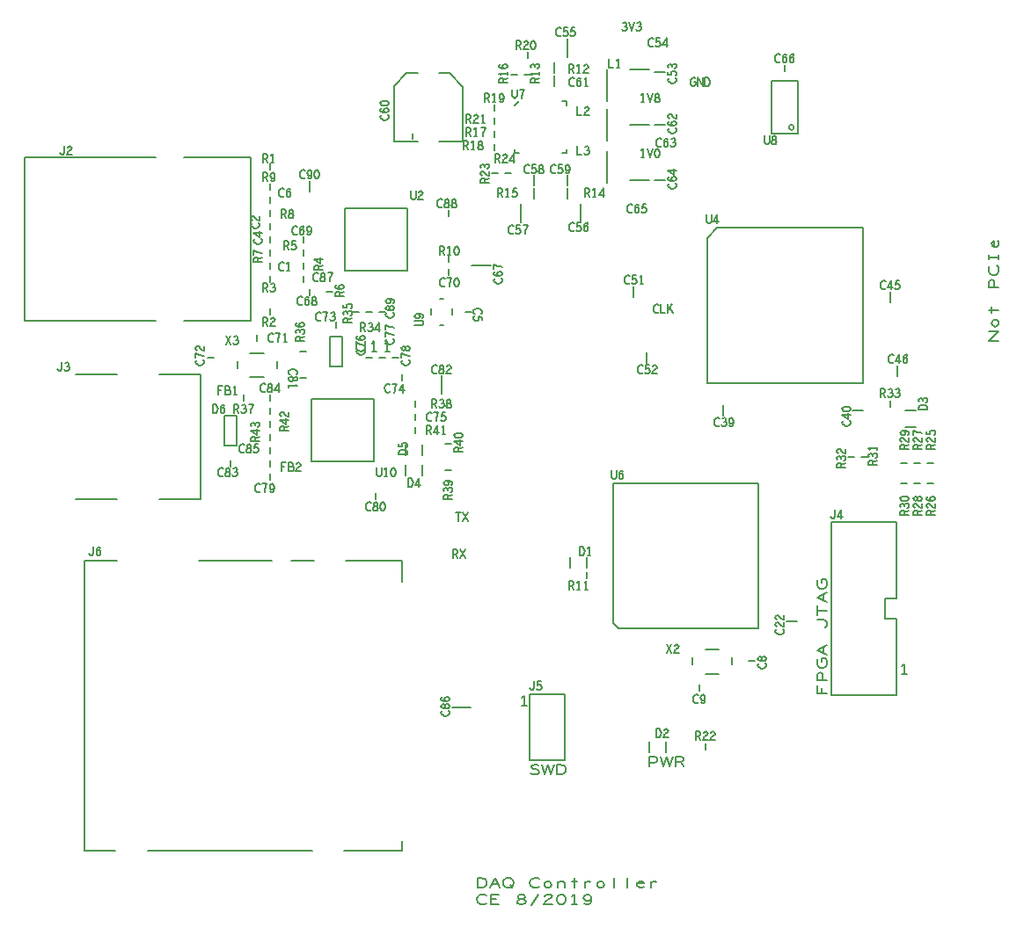
<source format=gto>
G04 ================== begin FILE IDENTIFICATION RECORD ==================*
G04 Layout Name:  DAQ_CONTROLLER.brd*
G04 Film Name:    SILK_TOP*
G04 File Format:  Gerber RS274X*
G04 File Origin:  Cadence Allegro 17.2-S057*
G04 Origin Date:  Wed Aug 07 01:46:16 2019*
G04 *
G04 Layer:  MANUFACTURING/AUTOSILK_TOP*
G04 *
G04 Offset:    (0.00 0.00)*
G04 Mirror:    No*
G04 Mode:      Positive*
G04 Rotation:  0*
G04 FullContactRelief:  No*
G04 UndefLineWidth:     5.00*
G04 ================== end FILE IDENTIFICATION RECORD ====================*
%FSLAX25Y25*MOIN*%
%IR0*IPPOS*OFA0.00000B0.00000*MIA0B0*SFA1.00000B1.00000*%
%ADD10C,.005*%
%ADD11C,.008*%
G75*
%LPD*%
G75*
G54D10*
G01X-37874Y-3957D02*
Y-65965D01*
X11655D01*
G01Y-3957D02*
X-37874D01*
G01X-2874Y-133701D02*
X-18622D01*
G01X-25583Y-84340D02*
X-25375Y-84670D01*
X-25125Y-84890D01*
X-24833Y-85000D01*
X-24500Y-84890D01*
X-24250Y-84670D01*
X-24000Y-84340D01*
X-23917Y-83900D01*
Y-81700D01*
G01X-22967Y-84340D02*
X-22717Y-84725D01*
X-22383Y-84945D01*
X-22008Y-85000D01*
X-21675Y-84945D01*
X-21342Y-84670D01*
X-21133Y-84340D01*
X-21092Y-84010D01*
X-21175Y-83625D01*
X-21467Y-83350D01*
X-21758Y-83240D01*
X-22133D01*
G01X-21758D02*
X-21508Y-83075D01*
X-21300Y-82800D01*
X-21217Y-82470D01*
X-21300Y-82140D01*
X-21508Y-81865D01*
X-21883Y-81700D01*
X-22258Y-81755D01*
X-22633Y-81975D01*
G01X-2874Y-86299D02*
X-18622D01*
G01X-24583Y-2340D02*
X-24375Y-2670D01*
X-24125Y-2890D01*
X-23833Y-3000D01*
X-23500Y-2890D01*
X-23250Y-2670D01*
X-23000Y-2340D01*
X-22917Y-1900D01*
Y300D01*
G01X-21842Y-250D02*
X-21592Y80D01*
X-21300Y245D01*
X-20967Y300D01*
X-20550Y190D01*
X-20258Y-85D01*
X-20175Y-415D01*
X-20217Y-745D01*
X-20383Y-1020D01*
X-21217Y-1570D01*
X-21592Y-1955D01*
X-21842Y-2505D01*
X-21925Y-3000D01*
X-20175D01*
G01X-3024Y-156732D02*
X-15236D01*
Y-266969D01*
X-3638D01*
G01X-13583Y-154340D02*
X-13375Y-154670D01*
X-13125Y-154890D01*
X-12833Y-155000D01*
X-12500Y-154890D01*
X-12250Y-154670D01*
X-12000Y-154340D01*
X-11917Y-153900D01*
Y-151700D01*
G01X-10842Y-153625D02*
X-10550Y-153240D01*
X-10300Y-153020D01*
X-9967Y-152910D01*
X-9675Y-153020D01*
X-9467Y-153240D01*
X-9300Y-153570D01*
X-9258Y-153955D01*
X-9300Y-154285D01*
X-9467Y-154615D01*
X-9717Y-154890D01*
X-10008Y-155000D01*
X-10342Y-154890D01*
X-10633Y-154560D01*
X-10800Y-154065D01*
X-10842Y-153515D01*
X-10758Y-152800D01*
X-10633Y-152415D01*
X-10425Y-152030D01*
X-10133Y-151755D01*
X-9842Y-151700D01*
X-9550Y-151810D01*
X-9342Y-152085D01*
G01X8543Y-266969D02*
X71122D01*
G01X12874Y-86299D02*
X28701D01*
Y-133701D01*
X12874D01*
G01X55508Y-156732D02*
X27831D01*
G01X33333Y-101000D02*
Y-97700D01*
X34167D01*
X34500Y-97865D01*
X34750Y-98085D01*
X34958Y-98415D01*
X35125Y-98800D01*
X35167Y-99350D01*
X35125Y-99900D01*
X34958Y-100285D01*
X34750Y-100615D01*
X34500Y-100835D01*
X34167Y-101000D01*
X33333D01*
G01X36158Y-99625D02*
X36450Y-99240D01*
X36700Y-99020D01*
X37033Y-98910D01*
X37325Y-99020D01*
X37533Y-99240D01*
X37700Y-99570D01*
X37742Y-99955D01*
X37700Y-100285D01*
X37533Y-100615D01*
X37283Y-100890D01*
X36992Y-101000D01*
X36658Y-100890D01*
X36367Y-100560D01*
X36200Y-100065D01*
X36158Y-99515D01*
X36242Y-98800D01*
X36367Y-98415D01*
X36575Y-98030D01*
X36867Y-97755D01*
X37158Y-97700D01*
X37450Y-97810D01*
X37658Y-98085D01*
G01X26975Y-80833D02*
X26810Y-81083D01*
X26700Y-81375D01*
Y-81708D01*
X26865Y-82083D01*
X27140Y-82375D01*
X27470Y-82583D01*
X28020Y-82750D01*
X28515Y-82792D01*
X29010Y-82708D01*
X29340Y-82583D01*
X29670Y-82333D01*
X29890Y-82042D01*
X30000Y-81750D01*
Y-81458D01*
X29890Y-81167D01*
X29725Y-80917D01*
X29505Y-80708D01*
G01X30000Y-79133D02*
X29285Y-79050D01*
X28680Y-78925D01*
X28130Y-78758D01*
X27525Y-78550D01*
X26700Y-78217D01*
Y-79883D01*
G01X27250Y-77142D02*
X26920Y-76892D01*
X26755Y-76600D01*
X26700Y-76267D01*
X26810Y-75850D01*
X27085Y-75558D01*
X27415Y-75475D01*
X27745Y-75517D01*
X28020Y-75683D01*
X28570Y-76517D01*
X28955Y-76892D01*
X29505Y-77142D01*
X30000Y-77225D01*
Y-75475D01*
G01X33681Y-80000D02*
X31319D01*
G01X22361Y-65965D02*
X47638D01*
Y-3957D01*
X22361D01*
G01X51167Y-127975D02*
X50917Y-127810D01*
X50625Y-127700D01*
X50292D01*
X49917Y-127865D01*
X49625Y-128140D01*
X49417Y-128470D01*
X49250Y-129020D01*
X49208Y-129515D01*
X49292Y-130010D01*
X49417Y-130340D01*
X49667Y-130670D01*
X49958Y-130890D01*
X50250Y-131000D01*
X50542D01*
X50833Y-130890D01*
X51083Y-130725D01*
X51292Y-130505D01*
G01X52867Y-131000D02*
X52950Y-130285D01*
X53075Y-129680D01*
X53242Y-129130D01*
X53450Y-128525D01*
X53783Y-127700D01*
X52117D01*
G01X54942Y-130615D02*
X55233Y-130890D01*
X55567Y-131000D01*
X55900Y-130890D01*
X56192Y-130560D01*
X56400Y-130065D01*
X56483Y-129570D01*
Y-128965D01*
X56400Y-128470D01*
X56192Y-128030D01*
X55942Y-127810D01*
X55650Y-127700D01*
X55317Y-127810D01*
X55067Y-128030D01*
X54900Y-128360D01*
X54817Y-128800D01*
X54900Y-129185D01*
X55108Y-129570D01*
X55358Y-129790D01*
X55650Y-129845D01*
X55983Y-129735D01*
X56233Y-129460D01*
X56483Y-128965D01*
G01X37167Y-121975D02*
X36917Y-121810D01*
X36625Y-121700D01*
X36292D01*
X35917Y-121865D01*
X35625Y-122140D01*
X35417Y-122470D01*
X35250Y-123020D01*
X35208Y-123515D01*
X35292Y-124010D01*
X35417Y-124340D01*
X35667Y-124670D01*
X35958Y-124890D01*
X36250Y-125000D01*
X36542D01*
X36833Y-124890D01*
X37083Y-124725D01*
X37292Y-124505D01*
G01X38950Y-125000D02*
X39242Y-124945D01*
X39575Y-124780D01*
X39783Y-124505D01*
X39867Y-124120D01*
X39783Y-123735D01*
X39533Y-123405D01*
X39158Y-123240D01*
X38742D01*
X38492Y-123130D01*
X38283Y-122855D01*
X38200Y-122470D01*
X38325Y-122085D01*
X38617Y-121810D01*
X38950Y-121700D01*
X39283Y-121810D01*
X39575Y-122085D01*
X39700Y-122470D01*
X39617Y-122855D01*
X39408Y-123130D01*
X39158Y-123240D01*
X38742D01*
X38367Y-123405D01*
X38117Y-123735D01*
X38033Y-124120D01*
X38117Y-124505D01*
X38325Y-124780D01*
X38658Y-124945D01*
X38950Y-125000D01*
G01X40733Y-124340D02*
X40983Y-124725D01*
X41317Y-124945D01*
X41692Y-125000D01*
X42025Y-124945D01*
X42358Y-124670D01*
X42567Y-124340D01*
X42608Y-124010D01*
X42525Y-123625D01*
X42233Y-123350D01*
X41942Y-123240D01*
X41567D01*
G01X41942D02*
X42192Y-123075D01*
X42400Y-122800D01*
X42483Y-122470D01*
X42400Y-122140D01*
X42192Y-121865D01*
X41817Y-121700D01*
X41442Y-121755D01*
X41067Y-121975D01*
G01X40000Y-118819D02*
Y-121181D01*
G01X45167Y-112975D02*
X44917Y-112810D01*
X44625Y-112700D01*
X44292D01*
X43917Y-112865D01*
X43625Y-113140D01*
X43417Y-113470D01*
X43250Y-114020D01*
X43208Y-114515D01*
X43292Y-115010D01*
X43417Y-115340D01*
X43667Y-115670D01*
X43958Y-115890D01*
X44250Y-116000D01*
X44542D01*
X44833Y-115890D01*
X45083Y-115725D01*
X45292Y-115505D01*
G01X46950Y-116000D02*
X47242Y-115945D01*
X47575Y-115780D01*
X47783Y-115505D01*
X47867Y-115120D01*
X47783Y-114735D01*
X47533Y-114405D01*
X47158Y-114240D01*
X46742D01*
X46492Y-114130D01*
X46283Y-113855D01*
X46200Y-113470D01*
X46325Y-113085D01*
X46617Y-112810D01*
X46950Y-112700D01*
X47283Y-112810D01*
X47575Y-113085D01*
X47700Y-113470D01*
X47617Y-113855D01*
X47408Y-114130D01*
X47158Y-114240D01*
X46742D01*
X46367Y-114405D01*
X46117Y-114735D01*
X46033Y-115120D01*
X46117Y-115505D01*
X46325Y-115780D01*
X46658Y-115945D01*
X46950Y-116000D01*
G01X48733Y-115505D02*
X48983Y-115780D01*
X49275Y-115945D01*
X49650Y-116000D01*
X50025Y-115890D01*
X50317Y-115670D01*
X50525Y-115285D01*
X50567Y-114845D01*
X50483Y-114405D01*
X50275Y-114130D01*
X49983Y-113910D01*
X49692Y-113855D01*
X49400Y-113910D01*
X49025Y-114130D01*
X49150Y-112700D01*
X50275D01*
G01X51000Y-111583D02*
X47700D01*
Y-110542D01*
X47865Y-110208D01*
X48085Y-110000D01*
X48525Y-109917D01*
X48965Y-110000D01*
X49240Y-110250D01*
X49405Y-110542D01*
Y-111583D01*
G01Y-110542D02*
X51000Y-109917D01*
G01Y-107550D02*
X47700D01*
X50065Y-109092D01*
Y-107008D01*
G01X50340Y-106267D02*
X50725Y-106017D01*
X50945Y-105683D01*
X51000Y-105308D01*
X50945Y-104975D01*
X50670Y-104642D01*
X50340Y-104433D01*
X50010Y-104392D01*
X49625Y-104475D01*
X49350Y-104767D01*
X49240Y-105058D01*
Y-105433D01*
G01Y-105058D02*
X49075Y-104808D01*
X48800Y-104600D01*
X48470Y-104517D01*
X48140Y-104600D01*
X47865Y-104808D01*
X47700Y-105183D01*
X47755Y-105558D01*
X47975Y-105933D01*
G01X37736Y-113209D02*
X42264D01*
Y-101791D01*
X37736D01*
Y-113209D01*
G01X53167Y-89975D02*
X52917Y-89810D01*
X52625Y-89700D01*
X52292D01*
X51917Y-89865D01*
X51625Y-90140D01*
X51417Y-90470D01*
X51250Y-91020D01*
X51208Y-91515D01*
X51292Y-92010D01*
X51417Y-92340D01*
X51667Y-92670D01*
X51958Y-92890D01*
X52250Y-93000D01*
X52542D01*
X52833Y-92890D01*
X53083Y-92725D01*
X53292Y-92505D01*
G01X54950Y-93000D02*
X55242Y-92945D01*
X55575Y-92780D01*
X55783Y-92505D01*
X55867Y-92120D01*
X55783Y-91735D01*
X55533Y-91405D01*
X55158Y-91240D01*
X54742D01*
X54492Y-91130D01*
X54283Y-90855D01*
X54200Y-90470D01*
X54325Y-90085D01*
X54617Y-89810D01*
X54950Y-89700D01*
X55283Y-89810D01*
X55575Y-90085D01*
X55700Y-90470D01*
X55617Y-90855D01*
X55408Y-91130D01*
X55158Y-91240D01*
X54742D01*
X54367Y-91405D01*
X54117Y-91735D01*
X54033Y-92120D01*
X54117Y-92505D01*
X54325Y-92780D01*
X54658Y-92945D01*
X54950Y-93000D01*
G01X58150D02*
Y-89700D01*
X56608Y-92065D01*
X58692D01*
G01X35458Y-94000D02*
Y-90700D01*
X37042D01*
G01X36458Y-92295D02*
X35458D01*
G01X39283Y-92240D02*
X39450Y-92075D01*
X39575Y-91800D01*
X39658Y-91415D01*
X39575Y-91085D01*
X39408Y-90865D01*
X39117Y-90700D01*
X37992D01*
Y-94000D01*
X39367D01*
X39658Y-93780D01*
X39825Y-93450D01*
X39908Y-93065D01*
X39825Y-92680D01*
X39575Y-92350D01*
X39283Y-92240D01*
X37992D01*
G01X41650Y-94000D02*
Y-90700D01*
X41150Y-91360D01*
G01Y-94000D02*
X42150D01*
G01X45000Y-93819D02*
Y-96181D01*
G01X41417Y-101000D02*
Y-97700D01*
X42458D01*
X42792Y-97865D01*
X43000Y-98085D01*
X43083Y-98525D01*
X43000Y-98965D01*
X42750Y-99240D01*
X42458Y-99405D01*
X41417D01*
G01X42458D02*
X43083Y-101000D01*
G01X44033Y-100340D02*
X44283Y-100725D01*
X44617Y-100945D01*
X44992Y-101000D01*
X45325Y-100945D01*
X45658Y-100670D01*
X45867Y-100340D01*
X45908Y-100010D01*
X45825Y-99625D01*
X45533Y-99350D01*
X45242Y-99240D01*
X44867D01*
G01X45242D02*
X45492Y-99075D01*
X45700Y-98800D01*
X45783Y-98470D01*
X45700Y-98140D01*
X45492Y-97865D01*
X45117Y-97700D01*
X44742Y-97755D01*
X44367Y-97975D01*
G01X47567Y-101000D02*
X47650Y-100285D01*
X47775Y-99680D01*
X47942Y-99130D01*
X48150Y-98525D01*
X48483Y-97700D01*
X46817D01*
G01X50000Y-73681D02*
Y-71319D01*
G01X38375Y-75000D02*
X40125Y-71700D01*
G01X38375D02*
X40125Y-75000D01*
G01X41033Y-74340D02*
X41283Y-74725D01*
X41617Y-74945D01*
X41992Y-75000D01*
X42325Y-74945D01*
X42658Y-74670D01*
X42867Y-74340D01*
X42908Y-74010D01*
X42825Y-73625D01*
X42533Y-73350D01*
X42242Y-73240D01*
X41867D01*
G01X42242D02*
X42492Y-73075D01*
X42700Y-72800D01*
X42783Y-72470D01*
X42700Y-72140D01*
X42492Y-71865D01*
X42117Y-71700D01*
X41742Y-71755D01*
X41367Y-71975D01*
G01X42520Y-83878D02*
Y-81122D01*
G01X52559Y-87224D02*
X47441D01*
G01X52559Y-78169D02*
X47441D01*
G01X52000Y-43583D02*
X48700D01*
Y-42542D01*
X48865Y-42208D01*
X49085Y-42000D01*
X49525Y-41917D01*
X49965Y-42000D01*
X50240Y-42250D01*
X50405Y-42542D01*
Y-43583D01*
G01Y-42542D02*
X52000Y-41917D01*
G01Y-40133D02*
X51285Y-40050D01*
X50680Y-39925D01*
X50130Y-39758D01*
X49525Y-39550D01*
X48700Y-39217D01*
Y-40883D01*
G01X48975Y-34833D02*
X48810Y-35083D01*
X48700Y-35375D01*
Y-35708D01*
X48865Y-36083D01*
X49140Y-36375D01*
X49470Y-36583D01*
X50020Y-36750D01*
X50515Y-36792D01*
X51010Y-36708D01*
X51340Y-36583D01*
X51670Y-36333D01*
X51890Y-36042D01*
X52000Y-35750D01*
Y-35458D01*
X51890Y-35167D01*
X51725Y-34917D01*
X51505Y-34708D01*
G01X52000Y-32550D02*
X48700D01*
X51065Y-34092D01*
Y-32008D01*
G01X47975Y-28833D02*
X47810Y-29083D01*
X47700Y-29375D01*
Y-29708D01*
X47865Y-30083D01*
X48140Y-30375D01*
X48470Y-30583D01*
X49020Y-30750D01*
X49515Y-30792D01*
X50010Y-30708D01*
X50340Y-30583D01*
X50670Y-30333D01*
X50890Y-30042D01*
X51000Y-29750D01*
Y-29458D01*
X50890Y-29167D01*
X50725Y-28917D01*
X50505Y-28708D01*
G01X48250Y-27842D02*
X47920Y-27592D01*
X47755Y-27300D01*
X47700Y-26967D01*
X47810Y-26550D01*
X48085Y-26258D01*
X48415Y-26175D01*
X48745Y-26217D01*
X49020Y-26383D01*
X49570Y-27217D01*
X49955Y-27592D01*
X50505Y-27842D01*
X51000Y-27925D01*
Y-26175D01*
G01X71488Y-156732D02*
X62854D01*
G01X55000Y-126181D02*
Y-123819D01*
G01Y-116181D02*
Y-113819D01*
G01X59458Y-123000D02*
Y-119700D01*
X61042D01*
G01X60458Y-121295D02*
X59458D01*
G01X63283Y-121240D02*
X63450Y-121075D01*
X63575Y-120800D01*
X63658Y-120415D01*
X63575Y-120085D01*
X63408Y-119865D01*
X63117Y-119700D01*
X61992D01*
Y-123000D01*
X63367D01*
X63658Y-122780D01*
X63825Y-122450D01*
X63908Y-122065D01*
X63825Y-121680D01*
X63575Y-121350D01*
X63283Y-121240D01*
X61992D01*
G01X64858Y-120250D02*
X65108Y-119920D01*
X65400Y-119755D01*
X65733Y-119700D01*
X66150Y-119810D01*
X66442Y-120085D01*
X66525Y-120415D01*
X66483Y-120745D01*
X66317Y-121020D01*
X65483Y-121570D01*
X65108Y-121955D01*
X64858Y-122505D01*
X64775Y-123000D01*
X66525D01*
G01X55000Y-118819D02*
Y-121181D01*
G01X62000Y-107583D02*
X58700D01*
Y-106542D01*
X58865Y-106208D01*
X59085Y-106000D01*
X59525Y-105917D01*
X59965Y-106000D01*
X60240Y-106250D01*
X60405Y-106542D01*
Y-107583D01*
G01Y-106542D02*
X62000Y-105917D01*
G01Y-103550D02*
X58700D01*
X61065Y-105092D01*
Y-103008D01*
G01X59250Y-102142D02*
X58920Y-101892D01*
X58755Y-101600D01*
X58700Y-101267D01*
X58810Y-100850D01*
X59085Y-100558D01*
X59415Y-100475D01*
X59745Y-100517D01*
X60020Y-100683D01*
X60570Y-101517D01*
X60955Y-101892D01*
X61505Y-102142D01*
X62000Y-102225D01*
Y-100475D01*
G01X55000Y-111181D02*
Y-108819D01*
G01X65025Y-86167D02*
X65190Y-85917D01*
X65300Y-85625D01*
Y-85292D01*
X65135Y-84917D01*
X64860Y-84625D01*
X64530Y-84417D01*
X63980Y-84250D01*
X63485Y-84208D01*
X62990Y-84292D01*
X62660Y-84417D01*
X62330Y-84667D01*
X62110Y-84958D01*
X62000Y-85250D01*
Y-85542D01*
X62110Y-85833D01*
X62275Y-86083D01*
X62495Y-86292D01*
G01X62000Y-87950D02*
X62055Y-88242D01*
X62220Y-88575D01*
X62495Y-88783D01*
X62880Y-88867D01*
X63265Y-88783D01*
X63595Y-88533D01*
X63760Y-88158D01*
Y-87742D01*
X63870Y-87492D01*
X64145Y-87283D01*
X64530Y-87200D01*
X64915Y-87325D01*
X65190Y-87617D01*
X65300Y-87950D01*
X65190Y-88283D01*
X64915Y-88575D01*
X64530Y-88700D01*
X64145Y-88617D01*
X63870Y-88408D01*
X63760Y-88158D01*
Y-87742D01*
X63595Y-87367D01*
X63265Y-87117D01*
X62880Y-87033D01*
X62495Y-87117D01*
X62220Y-87325D01*
X62055Y-87658D01*
X62000Y-87950D01*
G01Y-90650D02*
X65300D01*
X64640Y-90150D01*
G01X62000D02*
Y-91150D01*
G01X55000Y-96181D02*
Y-93819D01*
G01Y-101181D02*
Y-98819D01*
G01Y-106181D02*
Y-103819D01*
G01X56167Y-70975D02*
X55917Y-70810D01*
X55625Y-70700D01*
X55292D01*
X54917Y-70865D01*
X54625Y-71140D01*
X54417Y-71470D01*
X54250Y-72020D01*
X54208Y-72515D01*
X54292Y-73010D01*
X54417Y-73340D01*
X54667Y-73670D01*
X54958Y-73890D01*
X55250Y-74000D01*
X55542D01*
X55833Y-73890D01*
X56083Y-73725D01*
X56292Y-73505D01*
G01X57867Y-74000D02*
X57950Y-73285D01*
X58075Y-72680D01*
X58242Y-72130D01*
X58450Y-71525D01*
X58783Y-70700D01*
X57117D01*
G01X60650Y-74000D02*
Y-70700D01*
X60150Y-71360D01*
G01Y-74000D02*
X61150D01*
G01X68681Y-87500D02*
X66319D01*
G01X68000Y-73583D02*
X64700D01*
Y-72542D01*
X64865Y-72208D01*
X65085Y-72000D01*
X65525Y-71917D01*
X65965Y-72000D01*
X66240Y-72250D01*
X66405Y-72542D01*
Y-73583D01*
G01Y-72542D02*
X68000Y-71917D01*
G01X67340Y-70967D02*
X67725Y-70717D01*
X67945Y-70383D01*
X68000Y-70008D01*
X67945Y-69675D01*
X67670Y-69342D01*
X67340Y-69133D01*
X67010Y-69092D01*
X66625Y-69175D01*
X66350Y-69467D01*
X66240Y-69758D01*
Y-70133D01*
G01Y-69758D02*
X66075Y-69508D01*
X65800Y-69300D01*
X65470Y-69217D01*
X65140Y-69300D01*
X64865Y-69508D01*
X64700Y-69883D01*
X64755Y-70258D01*
X64975Y-70633D01*
G01X66625Y-68142D02*
X66240Y-67850D01*
X66020Y-67600D01*
X65910Y-67267D01*
X66020Y-66975D01*
X66240Y-66767D01*
X66570Y-66600D01*
X66955Y-66558D01*
X67285Y-66600D01*
X67615Y-66767D01*
X67890Y-67017D01*
X68000Y-67308D01*
X67890Y-67642D01*
X67560Y-67933D01*
X67065Y-68100D01*
X66515Y-68142D01*
X65800Y-68058D01*
X65415Y-67933D01*
X65030Y-67725D01*
X64755Y-67433D01*
X64700Y-67142D01*
X64810Y-66850D01*
X65085Y-66642D01*
G01X68681Y-77500D02*
X66319D01*
G01X57480Y-83878D02*
Y-81122D01*
G01X67167Y-56975D02*
X66917Y-56810D01*
X66625Y-56700D01*
X66292D01*
X65917Y-56865D01*
X65625Y-57140D01*
X65417Y-57470D01*
X65250Y-58020D01*
X65208Y-58515D01*
X65292Y-59010D01*
X65417Y-59340D01*
X65667Y-59670D01*
X65958Y-59890D01*
X66250Y-60000D01*
X66542D01*
X66833Y-59890D01*
X67083Y-59725D01*
X67292Y-59505D01*
G01X68158Y-58625D02*
X68450Y-58240D01*
X68700Y-58020D01*
X69033Y-57910D01*
X69325Y-58020D01*
X69533Y-58240D01*
X69700Y-58570D01*
X69742Y-58955D01*
X69700Y-59285D01*
X69533Y-59615D01*
X69283Y-59890D01*
X68992Y-60000D01*
X68658Y-59890D01*
X68367Y-59560D01*
X68200Y-59065D01*
X68158Y-58515D01*
X68242Y-57800D01*
X68367Y-57415D01*
X68575Y-57030D01*
X68867Y-56755D01*
X69158Y-56700D01*
X69450Y-56810D01*
X69658Y-57085D01*
G01X71650Y-60000D02*
X71942Y-59945D01*
X72275Y-59780D01*
X72483Y-59505D01*
X72567Y-59120D01*
X72483Y-58735D01*
X72233Y-58405D01*
X71858Y-58240D01*
X71442D01*
X71192Y-58130D01*
X70983Y-57855D01*
X70900Y-57470D01*
X71025Y-57085D01*
X71317Y-56810D01*
X71650Y-56700D01*
X71983Y-56810D01*
X72275Y-57085D01*
X72400Y-57470D01*
X72317Y-57855D01*
X72108Y-58130D01*
X71858Y-58240D01*
X71442D01*
X71067Y-58405D01*
X70817Y-58735D01*
X70733Y-59120D01*
X70817Y-59505D01*
X71025Y-59780D01*
X71358Y-59945D01*
X71650Y-60000D01*
G01X52417Y-68000D02*
Y-64700D01*
X53458D01*
X53792Y-64865D01*
X54000Y-65085D01*
X54083Y-65525D01*
X54000Y-65965D01*
X53750Y-66240D01*
X53458Y-66405D01*
X52417D01*
G01X53458D02*
X54083Y-68000D01*
G01X55158Y-65250D02*
X55408Y-64920D01*
X55700Y-64755D01*
X56033Y-64700D01*
X56450Y-64810D01*
X56742Y-65085D01*
X56825Y-65415D01*
X56783Y-65745D01*
X56617Y-66020D01*
X55783Y-66570D01*
X55408Y-66955D01*
X55158Y-67505D01*
X55075Y-68000D01*
X56825D01*
G01X55000Y-63681D02*
Y-61319D01*
G01X52417Y-55000D02*
Y-51700D01*
X53458D01*
X53792Y-51865D01*
X54000Y-52085D01*
X54083Y-52525D01*
X54000Y-52965D01*
X53750Y-53240D01*
X53458Y-53405D01*
X52417D01*
G01X53458D02*
X54083Y-55000D01*
G01X55033Y-54340D02*
X55283Y-54725D01*
X55617Y-54945D01*
X55992Y-55000D01*
X56325Y-54945D01*
X56658Y-54670D01*
X56867Y-54340D01*
X56908Y-54010D01*
X56825Y-53625D01*
X56533Y-53350D01*
X56242Y-53240D01*
X55867D01*
G01X56242D02*
X56492Y-53075D01*
X56700Y-52800D01*
X56783Y-52470D01*
X56700Y-52140D01*
X56492Y-51865D01*
X56117Y-51700D01*
X55742Y-51755D01*
X55367Y-51975D01*
G01X60167Y-43975D02*
X59917Y-43810D01*
X59625Y-43700D01*
X59292D01*
X58917Y-43865D01*
X58625Y-44140D01*
X58417Y-44470D01*
X58250Y-45020D01*
X58208Y-45515D01*
X58292Y-46010D01*
X58417Y-46340D01*
X58667Y-46670D01*
X58958Y-46890D01*
X59250Y-47000D01*
X59542D01*
X59833Y-46890D01*
X60083Y-46725D01*
X60292Y-46505D01*
G01X61950Y-47000D02*
Y-43700D01*
X61450Y-44360D01*
G01Y-47000D02*
X62450D01*
G01X55000Y-43819D02*
Y-46181D01*
G01X67500Y-51181D02*
Y-48819D01*
G01Y-43819D02*
Y-46181D01*
G01X60417Y-39000D02*
Y-35700D01*
X61458D01*
X61792Y-35865D01*
X62000Y-36085D01*
X62083Y-36525D01*
X62000Y-36965D01*
X61750Y-37240D01*
X61458Y-37405D01*
X60417D01*
G01X61458D02*
X62083Y-39000D01*
G01X63033Y-38505D02*
X63283Y-38780D01*
X63575Y-38945D01*
X63950Y-39000D01*
X64325Y-38890D01*
X64617Y-38670D01*
X64825Y-38285D01*
X64867Y-37845D01*
X64783Y-37405D01*
X64575Y-37130D01*
X64283Y-36910D01*
X63992Y-36855D01*
X63700Y-36910D01*
X63325Y-37130D01*
X63450Y-35700D01*
X64575D01*
G01X67500Y-38819D02*
Y-41181D01*
G01X55000Y-51181D02*
Y-48819D01*
G01Y-38819D02*
Y-41181D01*
G01Y-18819D02*
Y-21181D01*
G01Y-33819D02*
Y-36181D01*
G01Y-28819D02*
Y-31181D01*
G01X65267Y-30275D02*
X65017Y-30110D01*
X64725Y-30000D01*
X64392D01*
X64017Y-30165D01*
X63725Y-30440D01*
X63517Y-30770D01*
X63350Y-31320D01*
X63308Y-31815D01*
X63392Y-32310D01*
X63517Y-32640D01*
X63767Y-32970D01*
X64058Y-33190D01*
X64350Y-33300D01*
X64642D01*
X64933Y-33190D01*
X65183Y-33025D01*
X65392Y-32805D01*
G01X66258Y-31925D02*
X66550Y-31540D01*
X66800Y-31320D01*
X67133Y-31210D01*
X67425Y-31320D01*
X67633Y-31540D01*
X67800Y-31870D01*
X67842Y-32255D01*
X67800Y-32585D01*
X67633Y-32915D01*
X67383Y-33190D01*
X67092Y-33300D01*
X66758Y-33190D01*
X66467Y-32860D01*
X66300Y-32365D01*
X66258Y-31815D01*
X66342Y-31100D01*
X66467Y-30715D01*
X66675Y-30330D01*
X66967Y-30055D01*
X67258Y-30000D01*
X67550Y-30110D01*
X67758Y-30385D01*
G01X69042Y-32915D02*
X69333Y-33190D01*
X69667Y-33300D01*
X70000Y-33190D01*
X70292Y-32860D01*
X70500Y-32365D01*
X70583Y-31870D01*
Y-31265D01*
X70500Y-30770D01*
X70292Y-30330D01*
X70042Y-30110D01*
X69750Y-30000D01*
X69417Y-30110D01*
X69167Y-30330D01*
X69000Y-30660D01*
X68917Y-31100D01*
X69000Y-31485D01*
X69208Y-31870D01*
X69458Y-32090D01*
X69750Y-32145D01*
X70083Y-32035D01*
X70333Y-31760D01*
X70583Y-31265D01*
G01X67500Y-36181D02*
Y-33819D01*
G01X59417Y-27000D02*
Y-23700D01*
X60458D01*
X60792Y-23865D01*
X61000Y-24085D01*
X61083Y-24525D01*
X61000Y-24965D01*
X60750Y-25240D01*
X60458Y-25405D01*
X59417D01*
G01X60458D02*
X61083Y-27000D01*
G01X62950D02*
X63242Y-26945D01*
X63575Y-26780D01*
X63783Y-26505D01*
X63867Y-26120D01*
X63783Y-25735D01*
X63533Y-25405D01*
X63158Y-25240D01*
X62742D01*
X62492Y-25130D01*
X62283Y-24855D01*
X62200Y-24470D01*
X62325Y-24085D01*
X62617Y-23810D01*
X62950Y-23700D01*
X63283Y-23810D01*
X63575Y-24085D01*
X63700Y-24470D01*
X63617Y-24855D01*
X63408Y-25130D01*
X63158Y-25240D01*
X62742D01*
X62367Y-25405D01*
X62117Y-25735D01*
X62033Y-26120D01*
X62117Y-26505D01*
X62325Y-26780D01*
X62658Y-26945D01*
X62950Y-27000D01*
G01X55000Y-26181D02*
Y-23819D01*
G01X68167Y-8975D02*
X67917Y-8810D01*
X67625Y-8700D01*
X67292D01*
X66917Y-8865D01*
X66625Y-9140D01*
X66417Y-9470D01*
X66250Y-10020D01*
X66208Y-10515D01*
X66292Y-11010D01*
X66417Y-11340D01*
X66667Y-11670D01*
X66958Y-11890D01*
X67250Y-12000D01*
X67542D01*
X67833Y-11890D01*
X68083Y-11725D01*
X68292Y-11505D01*
G01X69242Y-11615D02*
X69533Y-11890D01*
X69867Y-12000D01*
X70200Y-11890D01*
X70492Y-11560D01*
X70700Y-11065D01*
X70783Y-10570D01*
Y-9965D01*
X70700Y-9470D01*
X70492Y-9030D01*
X70242Y-8810D01*
X69950Y-8700D01*
X69617Y-8810D01*
X69367Y-9030D01*
X69200Y-9360D01*
X69117Y-9800D01*
X69200Y-10185D01*
X69408Y-10570D01*
X69658Y-10790D01*
X69950Y-10845D01*
X70283Y-10735D01*
X70533Y-10460D01*
X70783Y-9965D01*
G01X72650Y-8700D02*
X72317Y-8810D01*
X72067Y-9085D01*
X71900Y-9415D01*
X71775Y-9855D01*
X71733Y-10350D01*
X71775Y-10845D01*
X71900Y-11285D01*
X72067Y-11615D01*
X72317Y-11890D01*
X72650Y-12000D01*
X72983Y-11890D01*
X73233Y-11615D01*
X73400Y-11285D01*
X73525Y-10845D01*
X73567Y-10350D01*
X73525Y-9855D01*
X73400Y-9415D01*
X73233Y-9085D01*
X72983Y-8810D01*
X72650Y-8700D01*
G01X60167Y-15975D02*
X59917Y-15810D01*
X59625Y-15700D01*
X59292D01*
X58917Y-15865D01*
X58625Y-16140D01*
X58417Y-16470D01*
X58250Y-17020D01*
X58208Y-17515D01*
X58292Y-18010D01*
X58417Y-18340D01*
X58667Y-18670D01*
X58958Y-18890D01*
X59250Y-19000D01*
X59542D01*
X59833Y-18890D01*
X60083Y-18725D01*
X60292Y-18505D01*
G01X61158Y-17625D02*
X61450Y-17240D01*
X61700Y-17020D01*
X62033Y-16910D01*
X62325Y-17020D01*
X62533Y-17240D01*
X62700Y-17570D01*
X62742Y-17955D01*
X62700Y-18285D01*
X62533Y-18615D01*
X62283Y-18890D01*
X61992Y-19000D01*
X61658Y-18890D01*
X61367Y-18560D01*
X61200Y-18065D01*
X61158Y-17515D01*
X61242Y-16800D01*
X61367Y-16415D01*
X61575Y-16030D01*
X61867Y-15755D01*
X62158Y-15700D01*
X62450Y-15810D01*
X62658Y-16085D01*
G01X52417Y-6000D02*
Y-2700D01*
X53458D01*
X53792Y-2865D01*
X54000Y-3085D01*
X54083Y-3525D01*
X54000Y-3965D01*
X53750Y-4240D01*
X53458Y-4405D01*
X52417D01*
G01X53458D02*
X54083Y-6000D01*
G01X55950D02*
Y-2700D01*
X55450Y-3360D01*
G01Y-6000D02*
X56450D01*
G01X55000Y-8681D02*
Y-6319D01*
G01X52417Y-13000D02*
Y-9700D01*
X53458D01*
X53792Y-9865D01*
X54000Y-10085D01*
X54083Y-10525D01*
X54000Y-10965D01*
X53750Y-11240D01*
X53458Y-11405D01*
X52417D01*
G01X53458D02*
X54083Y-13000D01*
G01X55242Y-12615D02*
X55533Y-12890D01*
X55867Y-13000D01*
X56200Y-12890D01*
X56492Y-12560D01*
X56700Y-12065D01*
X56783Y-11570D01*
Y-10965D01*
X56700Y-10470D01*
X56492Y-10030D01*
X56242Y-9810D01*
X55950Y-9700D01*
X55617Y-9810D01*
X55367Y-10030D01*
X55200Y-10360D01*
X55117Y-10800D01*
X55200Y-11185D01*
X55408Y-11570D01*
X55658Y-11790D01*
X55950Y-11845D01*
X56283Y-11735D01*
X56533Y-11460D01*
X56783Y-10965D01*
G01X55000Y-13819D02*
Y-16181D01*
G01X83004Y-266969D02*
X104843D01*
Y-263091D01*
G01Y-164941D02*
Y-156732D01*
X83677D01*
G01X70689Y-95689D02*
X94311D01*
Y-119311D01*
X70689D01*
Y-95689D01*
G01X77736Y-83209D02*
X82264D01*
Y-71791D01*
X77736D01*
Y-83209D01*
G01X74167Y-62975D02*
X73917Y-62810D01*
X73625Y-62700D01*
X73292D01*
X72917Y-62865D01*
X72625Y-63140D01*
X72417Y-63470D01*
X72250Y-64020D01*
X72208Y-64515D01*
X72292Y-65010D01*
X72417Y-65340D01*
X72667Y-65670D01*
X72958Y-65890D01*
X73250Y-66000D01*
X73542D01*
X73833Y-65890D01*
X74083Y-65725D01*
X74292Y-65505D01*
G01X75867Y-66000D02*
X75950Y-65285D01*
X76075Y-64680D01*
X76242Y-64130D01*
X76450Y-63525D01*
X76783Y-62700D01*
X75117D01*
G01X77733Y-65340D02*
X77983Y-65725D01*
X78317Y-65945D01*
X78692Y-66000D01*
X79025Y-65945D01*
X79358Y-65670D01*
X79567Y-65340D01*
X79608Y-65010D01*
X79525Y-64625D01*
X79233Y-64350D01*
X78942Y-64240D01*
X78567D01*
G01X78942D02*
X79192Y-64075D01*
X79400Y-63800D01*
X79483Y-63470D01*
X79400Y-63140D01*
X79192Y-62865D01*
X78817Y-62700D01*
X78442Y-62755D01*
X78067Y-62975D01*
G01X80000Y-68681D02*
Y-66319D01*
G01X70000Y-56181D02*
Y-53819D01*
G01X83000Y-56583D02*
X79700D01*
Y-55542D01*
X79865Y-55208D01*
X80085Y-55000D01*
X80525Y-54917D01*
X80965Y-55000D01*
X81240Y-55250D01*
X81405Y-55542D01*
Y-56583D01*
G01Y-55542D02*
X83000Y-54917D01*
G01X81625Y-53842D02*
X81240Y-53550D01*
X81020Y-53300D01*
X80910Y-52967D01*
X81020Y-52675D01*
X81240Y-52467D01*
X81570Y-52300D01*
X81955Y-52258D01*
X82285Y-52300D01*
X82615Y-52467D01*
X82890Y-52717D01*
X83000Y-53008D01*
X82890Y-53342D01*
X82560Y-53633D01*
X82065Y-53800D01*
X81515Y-53842D01*
X80800Y-53758D01*
X80415Y-53633D01*
X80030Y-53425D01*
X79755Y-53133D01*
X79700Y-52842D01*
X79810Y-52550D01*
X80085Y-52342D01*
G01X86000Y-66583D02*
X82700D01*
Y-65542D01*
X82865Y-65208D01*
X83085Y-65000D01*
X83525Y-64917D01*
X83965Y-65000D01*
X84240Y-65250D01*
X84405Y-65542D01*
Y-66583D01*
G01Y-65542D02*
X86000Y-64917D01*
G01X85340Y-63967D02*
X85725Y-63717D01*
X85945Y-63383D01*
X86000Y-63008D01*
X85945Y-62675D01*
X85670Y-62342D01*
X85340Y-62133D01*
X85010Y-62092D01*
X84625Y-62175D01*
X84350Y-62467D01*
X84240Y-62758D01*
Y-63133D01*
G01Y-62758D02*
X84075Y-62508D01*
X83800Y-62300D01*
X83470Y-62217D01*
X83140Y-62300D01*
X82865Y-62508D01*
X82700Y-62883D01*
X82755Y-63258D01*
X82975Y-63633D01*
G01X85505Y-61267D02*
X85780Y-61017D01*
X85945Y-60725D01*
X86000Y-60350D01*
X85890Y-59975D01*
X85670Y-59683D01*
X85285Y-59475D01*
X84845Y-59433D01*
X84405Y-59517D01*
X84130Y-59725D01*
X83910Y-60017D01*
X83855Y-60308D01*
X83910Y-60600D01*
X84130Y-60975D01*
X82700Y-60850D01*
Y-59725D01*
G01X106811Y-23189D02*
Y-46811D01*
X83189D01*
Y-23189D01*
X106811D01*
G01X73167Y-47975D02*
X72917Y-47810D01*
X72625Y-47700D01*
X72292D01*
X71917Y-47865D01*
X71625Y-48140D01*
X71417Y-48470D01*
X71250Y-49020D01*
X71208Y-49515D01*
X71292Y-50010D01*
X71417Y-50340D01*
X71667Y-50670D01*
X71958Y-50890D01*
X72250Y-51000D01*
X72542D01*
X72833Y-50890D01*
X73083Y-50725D01*
X73292Y-50505D01*
G01X74950Y-51000D02*
X75242Y-50945D01*
X75575Y-50780D01*
X75783Y-50505D01*
X75867Y-50120D01*
X75783Y-49735D01*
X75533Y-49405D01*
X75158Y-49240D01*
X74742D01*
X74492Y-49130D01*
X74283Y-48855D01*
X74200Y-48470D01*
X74325Y-48085D01*
X74617Y-47810D01*
X74950Y-47700D01*
X75283Y-47810D01*
X75575Y-48085D01*
X75700Y-48470D01*
X75617Y-48855D01*
X75408Y-49130D01*
X75158Y-49240D01*
X74742D01*
X74367Y-49405D01*
X74117Y-49735D01*
X74033Y-50120D01*
X74117Y-50505D01*
X74325Y-50780D01*
X74658Y-50945D01*
X74950Y-51000D01*
G01X77567D02*
X77650Y-50285D01*
X77775Y-49680D01*
X77942Y-49130D01*
X78150Y-48525D01*
X78483Y-47700D01*
X76817D01*
G01X75000Y-46583D02*
X71700D01*
Y-45542D01*
X71865Y-45208D01*
X72085Y-45000D01*
X72525Y-44917D01*
X72965Y-45000D01*
X73240Y-45250D01*
X73405Y-45542D01*
Y-46583D01*
G01Y-45542D02*
X75000Y-44917D01*
G01Y-42550D02*
X71700D01*
X74065Y-44092D01*
Y-42008D01*
G01X78681Y-55000D02*
X76319D01*
G01X70000Y-13031D02*
Y-16969D01*
G01X95333Y-121700D02*
Y-124065D01*
X95500Y-124560D01*
X95833Y-124890D01*
X96250Y-125000D01*
X96667Y-124890D01*
X97000Y-124560D01*
X97167Y-124065D01*
Y-121700D01*
G01X98950Y-125000D02*
Y-121700D01*
X98450Y-122360D01*
G01Y-125000D02*
X99450D01*
G01X101650Y-121700D02*
X101317Y-121810D01*
X101067Y-122085D01*
X100900Y-122415D01*
X100775Y-122855D01*
X100733Y-123350D01*
X100775Y-123845D01*
X100900Y-124285D01*
X101067Y-124615D01*
X101317Y-124890D01*
X101650Y-125000D01*
X101983Y-124890D01*
X102233Y-124615D01*
X102400Y-124285D01*
X102525Y-123845D01*
X102567Y-123350D01*
X102525Y-122855D01*
X102400Y-122415D01*
X102233Y-122085D01*
X101983Y-121810D01*
X101650Y-121700D01*
G01X93167Y-134975D02*
X92917Y-134810D01*
X92625Y-134700D01*
X92292D01*
X91917Y-134865D01*
X91625Y-135140D01*
X91417Y-135470D01*
X91250Y-136020D01*
X91208Y-136515D01*
X91292Y-137010D01*
X91417Y-137340D01*
X91667Y-137670D01*
X91958Y-137890D01*
X92250Y-138000D01*
X92542D01*
X92833Y-137890D01*
X93083Y-137725D01*
X93292Y-137505D01*
G01X94950Y-138000D02*
X95242Y-137945D01*
X95575Y-137780D01*
X95783Y-137505D01*
X95867Y-137120D01*
X95783Y-136735D01*
X95533Y-136405D01*
X95158Y-136240D01*
X94742D01*
X94492Y-136130D01*
X94283Y-135855D01*
X94200Y-135470D01*
X94325Y-135085D01*
X94617Y-134810D01*
X94950Y-134700D01*
X95283Y-134810D01*
X95575Y-135085D01*
X95700Y-135470D01*
X95617Y-135855D01*
X95408Y-136130D01*
X95158Y-136240D01*
X94742D01*
X94367Y-136405D01*
X94117Y-136735D01*
X94033Y-137120D01*
X94117Y-137505D01*
X94325Y-137780D01*
X94658Y-137945D01*
X94950Y-138000D01*
G01X97650Y-134700D02*
X97317Y-134810D01*
X97067Y-135085D01*
X96900Y-135415D01*
X96775Y-135855D01*
X96733Y-136350D01*
X96775Y-136845D01*
X96900Y-137285D01*
X97067Y-137615D01*
X97317Y-137890D01*
X97650Y-138000D01*
X97983Y-137890D01*
X98233Y-137615D01*
X98400Y-137285D01*
X98525Y-136845D01*
X98567Y-136350D01*
X98525Y-135855D01*
X98400Y-135415D01*
X98233Y-135085D01*
X97983Y-134810D01*
X97650Y-134700D01*
G01X95000Y-131319D02*
Y-133681D01*
G01X100380Y-90097D02*
X100130Y-89932D01*
X99838Y-89822D01*
X99505D01*
X99130Y-89987D01*
X98838Y-90262D01*
X98630Y-90592D01*
X98463Y-91142D01*
X98421Y-91637D01*
X98505Y-92132D01*
X98630Y-92462D01*
X98880Y-92792D01*
X99171Y-93012D01*
X99463Y-93122D01*
X99755D01*
X100046Y-93012D01*
X100296Y-92847D01*
X100505Y-92627D01*
G01X102080Y-93122D02*
X102163Y-92407D01*
X102288Y-91802D01*
X102455Y-91252D01*
X102663Y-90647D01*
X102996Y-89822D01*
X101330D01*
G01X105363Y-93122D02*
Y-89822D01*
X103821Y-92187D01*
X105905D01*
G01X87975Y-76833D02*
X87810Y-77083D01*
X87700Y-77375D01*
Y-77708D01*
X87865Y-78083D01*
X88140Y-78375D01*
X88470Y-78583D01*
X89020Y-78750D01*
X89515Y-78792D01*
X90010Y-78708D01*
X90340Y-78583D01*
X90670Y-78333D01*
X90890Y-78042D01*
X91000Y-77750D01*
Y-77458D01*
X90890Y-77167D01*
X90725Y-76917D01*
X90505Y-76708D01*
G01X91000Y-75133D02*
X90285Y-75050D01*
X89680Y-74925D01*
X89130Y-74758D01*
X88525Y-74550D01*
X87700Y-74217D01*
Y-75883D01*
G01X89625Y-73142D02*
X89240Y-72850D01*
X89020Y-72600D01*
X88910Y-72267D01*
X89020Y-71975D01*
X89240Y-71767D01*
X89570Y-71600D01*
X89955Y-71558D01*
X90285Y-71600D01*
X90615Y-71767D01*
X90890Y-72017D01*
X91000Y-72308D01*
X90890Y-72642D01*
X90560Y-72933D01*
X90065Y-73100D01*
X89515Y-73142D01*
X88800Y-73058D01*
X88415Y-72933D01*
X88030Y-72725D01*
X87755Y-72433D01*
X87700Y-72142D01*
X87810Y-71850D01*
X88085Y-71642D01*
G01X91319Y-80000D02*
X93681D01*
G01X98975Y-72833D02*
X98810Y-73083D01*
X98700Y-73375D01*
Y-73708D01*
X98865Y-74083D01*
X99140Y-74375D01*
X99470Y-74583D01*
X100020Y-74750D01*
X100515Y-74792D01*
X101010Y-74708D01*
X101340Y-74583D01*
X101670Y-74333D01*
X101890Y-74042D01*
X102000Y-73750D01*
Y-73458D01*
X101890Y-73167D01*
X101725Y-72917D01*
X101505Y-72708D01*
G01X102000Y-71133D02*
X101285Y-71050D01*
X100680Y-70925D01*
X100130Y-70758D01*
X99525Y-70550D01*
X98700Y-70217D01*
Y-71883D01*
G01X102000Y-68433D02*
X101285Y-68350D01*
X100680Y-68225D01*
X100130Y-68058D01*
X99525Y-67850D01*
X98700Y-67517D01*
Y-69183D01*
G01X96319Y-80000D02*
X98681D01*
G01X101319D02*
X103681D01*
G01X98975Y-62833D02*
X98810Y-63083D01*
X98700Y-63375D01*
Y-63708D01*
X98865Y-64083D01*
X99140Y-64375D01*
X99470Y-64583D01*
X100020Y-64750D01*
X100515Y-64792D01*
X101010Y-64708D01*
X101340Y-64583D01*
X101670Y-64333D01*
X101890Y-64042D01*
X102000Y-63750D01*
Y-63458D01*
X101890Y-63167D01*
X101725Y-62917D01*
X101505Y-62708D01*
G01X102000Y-61050D02*
X101945Y-60758D01*
X101780Y-60425D01*
X101505Y-60217D01*
X101120Y-60133D01*
X100735Y-60217D01*
X100405Y-60467D01*
X100240Y-60842D01*
Y-61258D01*
X100130Y-61508D01*
X99855Y-61717D01*
X99470Y-61800D01*
X99085Y-61675D01*
X98810Y-61383D01*
X98700Y-61050D01*
X98810Y-60717D01*
X99085Y-60425D01*
X99470Y-60300D01*
X99855Y-60383D01*
X100130Y-60592D01*
X100240Y-60842D01*
Y-61258D01*
X100405Y-61633D01*
X100735Y-61883D01*
X101120Y-61967D01*
X101505Y-61883D01*
X101780Y-61675D01*
X101945Y-61342D01*
X102000Y-61050D01*
G01X101615Y-59058D02*
X101890Y-58767D01*
X102000Y-58433D01*
X101890Y-58100D01*
X101560Y-57808D01*
X101065Y-57600D01*
X100570Y-57517D01*
X99965D01*
X99470Y-57600D01*
X99030Y-57808D01*
X98810Y-58058D01*
X98700Y-58350D01*
X98810Y-58683D01*
X99030Y-58933D01*
X99360Y-59100D01*
X99800Y-59183D01*
X100185Y-59100D01*
X100570Y-58892D01*
X100790Y-58642D01*
X100845Y-58350D01*
X100735Y-58017D01*
X100460Y-57767D01*
X99965Y-57517D01*
G01X98681Y-62500D02*
X96319D01*
G01X89417Y-70000D02*
Y-66700D01*
X90458D01*
X90792Y-66865D01*
X91000Y-67085D01*
X91083Y-67525D01*
X91000Y-67965D01*
X90750Y-68240D01*
X90458Y-68405D01*
X89417D01*
G01X90458D02*
X91083Y-70000D01*
G01X92033Y-69340D02*
X92283Y-69725D01*
X92617Y-69945D01*
X92992Y-70000D01*
X93325Y-69945D01*
X93658Y-69670D01*
X93867Y-69340D01*
X93908Y-69010D01*
X93825Y-68625D01*
X93533Y-68350D01*
X93242Y-68240D01*
X92867D01*
G01X93242D02*
X93492Y-68075D01*
X93700Y-67800D01*
X93783Y-67470D01*
X93700Y-67140D01*
X93492Y-66865D01*
X93117Y-66700D01*
X92742Y-66755D01*
X92367Y-66975D01*
G01X96150Y-70000D02*
Y-66700D01*
X94608Y-69065D01*
X96692D01*
G01X91319Y-62500D02*
X93681D01*
G01X88681D02*
X86319D01*
G01X96975Y12167D02*
X96810Y11917D01*
X96700Y11625D01*
Y11292D01*
X96865Y10917D01*
X97140Y10625D01*
X97470Y10417D01*
X98020Y10250D01*
X98515Y10208D01*
X99010Y10292D01*
X99340Y10417D01*
X99670Y10667D01*
X99890Y10958D01*
X100000Y11250D01*
Y11542D01*
X99890Y11833D01*
X99725Y12083D01*
X99505Y12292D01*
G01X98625Y13158D02*
X98240Y13450D01*
X98020Y13700D01*
X97910Y14033D01*
X98020Y14325D01*
X98240Y14533D01*
X98570Y14700D01*
X98955Y14742D01*
X99285Y14700D01*
X99615Y14533D01*
X99890Y14283D01*
X100000Y13992D01*
X99890Y13658D01*
X99560Y13367D01*
X99065Y13200D01*
X98515Y13158D01*
X97800Y13242D01*
X97415Y13367D01*
X97030Y13575D01*
X96755Y13867D01*
X96700Y14158D01*
X96810Y14450D01*
X97085Y14658D01*
G01X96700Y16650D02*
X96810Y16317D01*
X97085Y16067D01*
X97415Y15900D01*
X97855Y15775D01*
X98350Y15733D01*
X98845Y15775D01*
X99285Y15900D01*
X99615Y16067D01*
X99890Y16317D01*
X100000Y16650D01*
X99890Y16983D01*
X99615Y17233D01*
X99285Y17400D01*
X98845Y17525D01*
X98350Y17567D01*
X97855Y17525D01*
X97415Y17400D01*
X97085Y17233D01*
X96810Y16983D01*
X96700Y16650D01*
G01X102008Y2008D02*
X111063D01*
G01X111047Y27992D02*
X106768D01*
X102008Y23232D01*
Y2008D01*
G01X119975Y-213833D02*
X119810Y-214083D01*
X119700Y-214375D01*
Y-214708D01*
X119865Y-215083D01*
X120140Y-215375D01*
X120470Y-215583D01*
X121020Y-215750D01*
X121515Y-215792D01*
X122010Y-215708D01*
X122340Y-215583D01*
X122670Y-215333D01*
X122890Y-215042D01*
X123000Y-214750D01*
Y-214458D01*
X122890Y-214167D01*
X122725Y-213917D01*
X122505Y-213708D01*
G01X123000Y-212050D02*
X122945Y-211758D01*
X122780Y-211425D01*
X122505Y-211217D01*
X122120Y-211133D01*
X121735Y-211217D01*
X121405Y-211467D01*
X121240Y-211842D01*
Y-212258D01*
X121130Y-212508D01*
X120855Y-212717D01*
X120470Y-212800D01*
X120085Y-212675D01*
X119810Y-212383D01*
X119700Y-212050D01*
X119810Y-211717D01*
X120085Y-211425D01*
X120470Y-211300D01*
X120855Y-211383D01*
X121130Y-211592D01*
X121240Y-211842D01*
Y-212258D01*
X121405Y-212633D01*
X121735Y-212883D01*
X122120Y-212967D01*
X122505Y-212883D01*
X122780Y-212675D01*
X122945Y-212342D01*
X123000Y-212050D01*
G01X121625Y-210142D02*
X121240Y-209850D01*
X121020Y-209600D01*
X120910Y-209267D01*
X121020Y-208975D01*
X121240Y-208767D01*
X121570Y-208600D01*
X121955Y-208558D01*
X122285Y-208600D01*
X122615Y-208767D01*
X122890Y-209017D01*
X123000Y-209308D01*
X122890Y-209642D01*
X122560Y-209933D01*
X122065Y-210100D01*
X121515Y-210142D01*
X120800Y-210058D01*
X120415Y-209933D01*
X120030Y-209725D01*
X119755Y-209433D01*
X119700Y-209142D01*
X119810Y-208850D01*
X120085Y-208642D01*
G01X107333Y-129000D02*
Y-125700D01*
X108167D01*
X108500Y-125865D01*
X108750Y-126085D01*
X108958Y-126415D01*
X109125Y-126800D01*
X109167Y-127350D01*
X109125Y-127900D01*
X108958Y-128285D01*
X108750Y-128615D01*
X108500Y-128835D01*
X108167Y-129000D01*
X107333D01*
G01X111450D02*
Y-125700D01*
X109908Y-128065D01*
X111992D01*
G01X112500Y-120531D02*
Y-124469D01*
G01X106201Y-120531D02*
Y-124469D01*
G01X114417Y-109000D02*
Y-105700D01*
X115458D01*
X115792Y-105865D01*
X116000Y-106085D01*
X116083Y-106525D01*
X116000Y-106965D01*
X115750Y-107240D01*
X115458Y-107405D01*
X114417D01*
G01X115458D02*
X116083Y-109000D01*
G01X118450D02*
Y-105700D01*
X116908Y-108065D01*
X118992D01*
G01X120650Y-109000D02*
Y-105700D01*
X120150Y-106360D01*
G01Y-109000D02*
X121150D01*
G01X110000Y-106319D02*
Y-108681D01*
G01X107000Y-116667D02*
X103700D01*
Y-115833D01*
X103865Y-115500D01*
X104085Y-115250D01*
X104415Y-115042D01*
X104800Y-114875D01*
X105350Y-114833D01*
X105900Y-114875D01*
X106285Y-115042D01*
X106615Y-115250D01*
X106835Y-115500D01*
X107000Y-115833D01*
Y-116667D01*
G01X106505Y-113967D02*
X106780Y-113717D01*
X106945Y-113425D01*
X107000Y-113050D01*
X106890Y-112675D01*
X106670Y-112383D01*
X106285Y-112175D01*
X105845Y-112133D01*
X105405Y-112217D01*
X105130Y-112425D01*
X104910Y-112717D01*
X104855Y-113008D01*
X104910Y-113300D01*
X105130Y-113675D01*
X103700Y-113550D01*
Y-112425D01*
G01X112500Y-113031D02*
Y-116969D01*
G01X106201Y-113031D02*
Y-116969D01*
G01X116167Y-100975D02*
X115917Y-100810D01*
X115625Y-100700D01*
X115292D01*
X114917Y-100865D01*
X114625Y-101140D01*
X114417Y-101470D01*
X114250Y-102020D01*
X114208Y-102515D01*
X114292Y-103010D01*
X114417Y-103340D01*
X114667Y-103670D01*
X114958Y-103890D01*
X115250Y-104000D01*
X115542D01*
X115833Y-103890D01*
X116083Y-103725D01*
X116292Y-103505D01*
G01X117867Y-104000D02*
X117950Y-103285D01*
X118075Y-102680D01*
X118242Y-102130D01*
X118450Y-101525D01*
X118783Y-100700D01*
X117117D01*
G01X119733Y-103505D02*
X119983Y-103780D01*
X120275Y-103945D01*
X120650Y-104000D01*
X121025Y-103890D01*
X121317Y-103670D01*
X121525Y-103285D01*
X121567Y-102845D01*
X121483Y-102405D01*
X121275Y-102130D01*
X120983Y-101910D01*
X120692Y-101855D01*
X120400Y-101910D01*
X120025Y-102130D01*
X120150Y-100700D01*
X121275D01*
G01X110000Y-101319D02*
Y-103681D01*
G01X116417Y-99000D02*
Y-95700D01*
X117458D01*
X117792Y-95865D01*
X118000Y-96085D01*
X118083Y-96525D01*
X118000Y-96965D01*
X117750Y-97240D01*
X117458Y-97405D01*
X116417D01*
G01X117458D02*
X118083Y-99000D01*
G01X119033Y-98340D02*
X119283Y-98725D01*
X119617Y-98945D01*
X119992Y-99000D01*
X120325Y-98945D01*
X120658Y-98670D01*
X120867Y-98340D01*
X120908Y-98010D01*
X120825Y-97625D01*
X120533Y-97350D01*
X120242Y-97240D01*
X119867D01*
G01X120242D02*
X120492Y-97075D01*
X120700Y-96800D01*
X120783Y-96470D01*
X120700Y-96140D01*
X120492Y-95865D01*
X120117Y-95700D01*
X119742Y-95755D01*
X119367Y-95975D01*
G01X122650Y-99000D02*
X122942Y-98945D01*
X123275Y-98780D01*
X123483Y-98505D01*
X123567Y-98120D01*
X123483Y-97735D01*
X123233Y-97405D01*
X122858Y-97240D01*
X122442D01*
X122192Y-97130D01*
X121983Y-96855D01*
X121900Y-96470D01*
X122025Y-96085D01*
X122317Y-95810D01*
X122650Y-95700D01*
X122983Y-95810D01*
X123275Y-96085D01*
X123400Y-96470D01*
X123317Y-96855D01*
X123108Y-97130D01*
X122858Y-97240D01*
X122442D01*
X122067Y-97405D01*
X121817Y-97735D01*
X121733Y-98120D01*
X121817Y-98505D01*
X122025Y-98780D01*
X122358Y-98945D01*
X122650Y-99000D01*
G01X110000Y-98681D02*
Y-96319D01*
G01X105000Y-88681D02*
Y-86319D01*
G01X104975Y-80833D02*
X104810Y-81083D01*
X104700Y-81375D01*
Y-81708D01*
X104865Y-82083D01*
X105140Y-82375D01*
X105470Y-82583D01*
X106020Y-82750D01*
X106515Y-82792D01*
X107010Y-82708D01*
X107340Y-82583D01*
X107670Y-82333D01*
X107890Y-82042D01*
X108000Y-81750D01*
Y-81458D01*
X107890Y-81167D01*
X107725Y-80917D01*
X107505Y-80708D01*
G01X108000Y-79133D02*
X107285Y-79050D01*
X106680Y-78925D01*
X106130Y-78758D01*
X105525Y-78550D01*
X104700Y-78217D01*
Y-79883D01*
G01X108000Y-76350D02*
X107945Y-76058D01*
X107780Y-75725D01*
X107505Y-75517D01*
X107120Y-75433D01*
X106735Y-75517D01*
X106405Y-75767D01*
X106240Y-76142D01*
Y-76558D01*
X106130Y-76808D01*
X105855Y-77017D01*
X105470Y-77100D01*
X105085Y-76975D01*
X104810Y-76683D01*
X104700Y-76350D01*
X104810Y-76017D01*
X105085Y-75725D01*
X105470Y-75600D01*
X105855Y-75683D01*
X106130Y-75892D01*
X106240Y-76142D01*
Y-76558D01*
X106405Y-76933D01*
X106735Y-77183D01*
X107120Y-77267D01*
X107505Y-77183D01*
X107780Y-76975D01*
X107945Y-76642D01*
X108000Y-76350D01*
G01X118167Y-82975D02*
X117917Y-82810D01*
X117625Y-82700D01*
X117292D01*
X116917Y-82865D01*
X116625Y-83140D01*
X116417Y-83470D01*
X116250Y-84020D01*
X116208Y-84515D01*
X116292Y-85010D01*
X116417Y-85340D01*
X116667Y-85670D01*
X116958Y-85890D01*
X117250Y-86000D01*
X117542D01*
X117833Y-85890D01*
X118083Y-85725D01*
X118292Y-85505D01*
G01X119950Y-86000D02*
X120242Y-85945D01*
X120575Y-85780D01*
X120783Y-85505D01*
X120867Y-85120D01*
X120783Y-84735D01*
X120533Y-84405D01*
X120158Y-84240D01*
X119742D01*
X119492Y-84130D01*
X119283Y-83855D01*
X119200Y-83470D01*
X119325Y-83085D01*
X119617Y-82810D01*
X119950Y-82700D01*
X120283Y-82810D01*
X120575Y-83085D01*
X120700Y-83470D01*
X120617Y-83855D01*
X120408Y-84130D01*
X120158Y-84240D01*
X119742D01*
X119367Y-84405D01*
X119117Y-84735D01*
X119033Y-85120D01*
X119117Y-85505D01*
X119325Y-85780D01*
X119658Y-85945D01*
X119950Y-86000D01*
G01X121858Y-83250D02*
X122108Y-82920D01*
X122400Y-82755D01*
X122733Y-82700D01*
X123150Y-82810D01*
X123442Y-83085D01*
X123525Y-83415D01*
X123483Y-83745D01*
X123317Y-84020D01*
X122483Y-84570D01*
X122108Y-84955D01*
X121858Y-85505D01*
X121775Y-86000D01*
X123525D01*
G01X109700Y-67667D02*
X112065D01*
X112560Y-67500D01*
X112890Y-67167D01*
X113000Y-66750D01*
X112890Y-66333D01*
X112560Y-66000D01*
X112065Y-65833D01*
X109700D01*
G01X112615Y-64758D02*
X112890Y-64467D01*
X113000Y-64133D01*
X112890Y-63800D01*
X112560Y-63508D01*
X112065Y-63300D01*
X111570Y-63217D01*
X110965D01*
X110470Y-63300D01*
X110030Y-63508D01*
X109810Y-63758D01*
X109700Y-64050D01*
X109810Y-64383D01*
X110030Y-64633D01*
X110360Y-64800D01*
X110800Y-64883D01*
X111185Y-64800D01*
X111570Y-64592D01*
X111790Y-64342D01*
X111845Y-64050D01*
X111735Y-63717D01*
X111460Y-63467D01*
X110965Y-63217D01*
G01X116063Y-63681D02*
Y-61319D01*
G01X119213Y-57579D02*
X120787D01*
G01Y-67421D02*
X119213D01*
G01X121167Y-49975D02*
X120917Y-49810D01*
X120625Y-49700D01*
X120292D01*
X119917Y-49865D01*
X119625Y-50140D01*
X119417Y-50470D01*
X119250Y-51020D01*
X119208Y-51515D01*
X119292Y-52010D01*
X119417Y-52340D01*
X119667Y-52670D01*
X119958Y-52890D01*
X120250Y-53000D01*
X120542D01*
X120833Y-52890D01*
X121083Y-52725D01*
X121292Y-52505D01*
G01X122867Y-53000D02*
X122950Y-52285D01*
X123075Y-51680D01*
X123242Y-51130D01*
X123450Y-50525D01*
X123783Y-49700D01*
X122117D01*
G01X125650D02*
X125317Y-49810D01*
X125067Y-50085D01*
X124900Y-50415D01*
X124775Y-50855D01*
X124733Y-51350D01*
X124775Y-51845D01*
X124900Y-52285D01*
X125067Y-52615D01*
X125317Y-52890D01*
X125650Y-53000D01*
X125983Y-52890D01*
X126233Y-52615D01*
X126400Y-52285D01*
X126525Y-51845D01*
X126567Y-51350D01*
X126525Y-50855D01*
X126400Y-50415D01*
X126233Y-50085D01*
X125983Y-49810D01*
X125650Y-49700D01*
G01X119417Y-41000D02*
Y-37700D01*
X120458D01*
X120792Y-37865D01*
X121000Y-38085D01*
X121083Y-38525D01*
X121000Y-38965D01*
X120750Y-39240D01*
X120458Y-39405D01*
X119417D01*
G01X120458D02*
X121083Y-41000D01*
G01X122950D02*
Y-37700D01*
X122450Y-38360D01*
G01Y-41000D02*
X123450D01*
G01X125650Y-37700D02*
X125317Y-37810D01*
X125067Y-38085D01*
X124900Y-38415D01*
X124775Y-38855D01*
X124733Y-39350D01*
X124775Y-39845D01*
X124900Y-40285D01*
X125067Y-40615D01*
X125317Y-40890D01*
X125650Y-41000D01*
X125983Y-40890D01*
X126233Y-40615D01*
X126400Y-40285D01*
X126525Y-39845D01*
X126567Y-39350D01*
X126525Y-38855D01*
X126400Y-38415D01*
X126233Y-38085D01*
X125983Y-37810D01*
X125650Y-37700D01*
G01X108333Y-16700D02*
Y-19065D01*
X108500Y-19560D01*
X108833Y-19890D01*
X109250Y-20000D01*
X109667Y-19890D01*
X110000Y-19560D01*
X110167Y-19065D01*
Y-16700D01*
G01X111158Y-17250D02*
X111408Y-16920D01*
X111700Y-16755D01*
X112033Y-16700D01*
X112450Y-16810D01*
X112742Y-17085D01*
X112825Y-17415D01*
X112783Y-17745D01*
X112617Y-18020D01*
X111783Y-18570D01*
X111408Y-18955D01*
X111158Y-19505D01*
X111075Y-20000D01*
X112825D01*
G01X120167Y-19975D02*
X119917Y-19810D01*
X119625Y-19700D01*
X119292D01*
X118917Y-19865D01*
X118625Y-20140D01*
X118417Y-20470D01*
X118250Y-21020D01*
X118208Y-21515D01*
X118292Y-22010D01*
X118417Y-22340D01*
X118667Y-22670D01*
X118958Y-22890D01*
X119250Y-23000D01*
X119542D01*
X119833Y-22890D01*
X120083Y-22725D01*
X120292Y-22505D01*
G01X121950Y-23000D02*
X122242Y-22945D01*
X122575Y-22780D01*
X122783Y-22505D01*
X122867Y-22120D01*
X122783Y-21735D01*
X122533Y-21405D01*
X122158Y-21240D01*
X121742D01*
X121492Y-21130D01*
X121283Y-20855D01*
X121200Y-20470D01*
X121325Y-20085D01*
X121617Y-19810D01*
X121950Y-19700D01*
X122283Y-19810D01*
X122575Y-20085D01*
X122700Y-20470D01*
X122617Y-20855D01*
X122408Y-21130D01*
X122158Y-21240D01*
X121742D01*
X121367Y-21405D01*
X121117Y-21735D01*
X121033Y-22120D01*
X121117Y-22505D01*
X121325Y-22780D01*
X121658Y-22945D01*
X121950Y-23000D01*
G01X124650D02*
X124942Y-22945D01*
X125275Y-22780D01*
X125483Y-22505D01*
X125567Y-22120D01*
X125483Y-21735D01*
X125233Y-21405D01*
X124858Y-21240D01*
X124442D01*
X124192Y-21130D01*
X123983Y-20855D01*
X123900Y-20470D01*
X124025Y-20085D01*
X124317Y-19810D01*
X124650Y-19700D01*
X124983Y-19810D01*
X125275Y-20085D01*
X125400Y-20470D01*
X125317Y-20855D01*
X125108Y-21130D01*
X124858Y-21240D01*
X124442D01*
X124067Y-21405D01*
X123817Y-21735D01*
X123733Y-22120D01*
X123817Y-22505D01*
X124025Y-22780D01*
X124358Y-22945D01*
X124650Y-23000D01*
G01X118984Y27992D02*
X122850D01*
X127992Y22850D01*
Y2008D01*
X118937D01*
G01X109094Y3189D02*
Y5157D01*
G01X123957Y-212500D02*
X131043D01*
G01X124417Y-156000D02*
Y-152700D01*
X125458D01*
X125792Y-152865D01*
X126000Y-153085D01*
X126083Y-153525D01*
X126000Y-153965D01*
X125750Y-154240D01*
X125458Y-154405D01*
X124417D01*
G01X125458D02*
X126083Y-156000D01*
G01X127075D02*
X128825Y-152700D01*
G01X127075D02*
X128825Y-156000D01*
G01X126250Y-138700D02*
Y-142000D01*
G01X125292Y-138700D02*
X127208D01*
G01X128075Y-142000D02*
X129825Y-138700D01*
G01X128075D02*
X129825Y-142000D01*
G01X124000Y-133583D02*
X120700D01*
Y-132542D01*
X120865Y-132208D01*
X121085Y-132000D01*
X121525Y-131917D01*
X121965Y-132000D01*
X122240Y-132250D01*
X122405Y-132542D01*
Y-133583D01*
G01Y-132542D02*
X124000Y-131917D01*
G01X123340Y-130967D02*
X123725Y-130717D01*
X123945Y-130383D01*
X124000Y-130008D01*
X123945Y-129675D01*
X123670Y-129342D01*
X123340Y-129133D01*
X123010Y-129092D01*
X122625Y-129175D01*
X122350Y-129467D01*
X122240Y-129758D01*
Y-130133D01*
G01Y-129758D02*
X122075Y-129508D01*
X121800Y-129300D01*
X121470Y-129217D01*
X121140Y-129300D01*
X120865Y-129508D01*
X120700Y-129883D01*
X120755Y-130258D01*
X120975Y-130633D01*
G01X123615Y-128058D02*
X123890Y-127767D01*
X124000Y-127433D01*
X123890Y-127100D01*
X123560Y-126808D01*
X123065Y-126600D01*
X122570Y-126517D01*
X121965D01*
X121470Y-126600D01*
X121030Y-126808D01*
X120810Y-127058D01*
X120700Y-127350D01*
X120810Y-127683D01*
X121030Y-127933D01*
X121360Y-128100D01*
X121800Y-128183D01*
X122185Y-128100D01*
X122570Y-127892D01*
X122790Y-127642D01*
X122845Y-127350D01*
X122735Y-127017D01*
X122460Y-126767D01*
X121965Y-126517D01*
G01X121319Y-122500D02*
X123681D01*
G01X128000Y-115583D02*
X124700D01*
Y-114542D01*
X124865Y-114208D01*
X125085Y-114000D01*
X125525Y-113917D01*
X125965Y-114000D01*
X126240Y-114250D01*
X126405Y-114542D01*
Y-115583D01*
G01Y-114542D02*
X128000Y-113917D01*
G01Y-111550D02*
X124700D01*
X127065Y-113092D01*
Y-111008D01*
G01X124700Y-109350D02*
X124810Y-109683D01*
X125085Y-109933D01*
X125415Y-110100D01*
X125855Y-110225D01*
X126350Y-110267D01*
X126845Y-110225D01*
X127285Y-110100D01*
X127615Y-109933D01*
X127890Y-109683D01*
X128000Y-109350D01*
X127890Y-109017D01*
X127615Y-108767D01*
X127285Y-108600D01*
X126845Y-108475D01*
X126350Y-108433D01*
X125855Y-108475D01*
X125415Y-108600D01*
X125085Y-108767D01*
X124810Y-109017D01*
X124700Y-109350D01*
G01X121319Y-112500D02*
X123681D01*
G01X120000Y-86457D02*
Y-93543D01*
G01X135025Y-63167D02*
X135190Y-62917D01*
X135300Y-62625D01*
Y-62292D01*
X135135Y-61917D01*
X134860Y-61625D01*
X134530Y-61417D01*
X133980Y-61250D01*
X133485Y-61208D01*
X132990Y-61292D01*
X132660Y-61417D01*
X132330Y-61667D01*
X132110Y-61958D01*
X132000Y-62250D01*
Y-62542D01*
X132110Y-62833D01*
X132275Y-63083D01*
X132495Y-63292D01*
G01Y-64033D02*
X132220Y-64283D01*
X132055Y-64575D01*
X132000Y-64950D01*
X132110Y-65325D01*
X132330Y-65617D01*
X132715Y-65825D01*
X133155Y-65867D01*
X133595Y-65783D01*
X133870Y-65575D01*
X134090Y-65283D01*
X134145Y-64992D01*
X134090Y-64700D01*
X133870Y-64325D01*
X135300Y-64450D01*
Y-65575D01*
G01X131181Y-62500D02*
X128819D01*
G01X123937Y-63681D02*
Y-61319D01*
G01X122500Y-46319D02*
Y-48681D01*
G01X131457Y-45000D02*
X138543D01*
G01X122500Y-41319D02*
Y-43681D01*
G01Y-23819D02*
Y-26181D01*
G01X138000Y-13583D02*
X134700D01*
Y-12542D01*
X134865Y-12208D01*
X135085Y-12000D01*
X135525Y-11917D01*
X135965Y-12000D01*
X136240Y-12250D01*
X136405Y-12542D01*
Y-13583D01*
G01Y-12542D02*
X138000Y-11917D01*
G01X135250Y-10842D02*
X134920Y-10592D01*
X134755Y-10300D01*
X134700Y-9967D01*
X134810Y-9550D01*
X135085Y-9258D01*
X135415Y-9175D01*
X135745Y-9217D01*
X136020Y-9383D01*
X136570Y-10217D01*
X136955Y-10592D01*
X137505Y-10842D01*
X138000Y-10925D01*
Y-9175D01*
G01X137340Y-8267D02*
X137725Y-8017D01*
X137945Y-7683D01*
X138000Y-7308D01*
X137945Y-6975D01*
X137670Y-6642D01*
X137340Y-6433D01*
X137010Y-6392D01*
X136625Y-6475D01*
X136350Y-6767D01*
X136240Y-7058D01*
Y-7433D01*
G01Y-7058D02*
X136075Y-6808D01*
X135800Y-6600D01*
X135470Y-6517D01*
X135140Y-6600D01*
X134865Y-6808D01*
X134700Y-7183D01*
X134755Y-7558D01*
X134975Y-7933D01*
G01X129417Y9000D02*
Y12300D01*
X130458D01*
X130792Y12135D01*
X131000Y11915D01*
X131083Y11475D01*
X131000Y11035D01*
X130750Y10760D01*
X130458Y10595D01*
X129417D01*
G01X130458D02*
X131083Y9000D01*
G01X132158Y11750D02*
X132408Y12080D01*
X132700Y12245D01*
X133033Y12300D01*
X133450Y12190D01*
X133742Y11915D01*
X133825Y11585D01*
X133783Y11255D01*
X133617Y10980D01*
X132783Y10430D01*
X132408Y10045D01*
X132158Y9495D01*
X132075Y9000D01*
X133825D01*
G01X135650D02*
Y12300D01*
X135150Y11640D01*
G01Y9000D02*
X136150D01*
G01X128417Y-1000D02*
Y2300D01*
X129458D01*
X129792Y2135D01*
X130000Y1915D01*
X130083Y1475D01*
X130000Y1035D01*
X129750Y760D01*
X129458Y595D01*
X128417D01*
G01X129458D02*
X130083Y-1000D01*
G01X131950D02*
Y2300D01*
X131450Y1640D01*
G01Y-1000D02*
X132450D01*
G01X134650D02*
X134942Y-945D01*
X135275Y-780D01*
X135483Y-505D01*
X135567Y-120D01*
X135483Y265D01*
X135233Y595D01*
X134858Y760D01*
X134442D01*
X134192Y870D01*
X133983Y1145D01*
X133900Y1530D01*
X134025Y1915D01*
X134317Y2190D01*
X134650Y2300D01*
X134983Y2190D01*
X135275Y1915D01*
X135400Y1530D01*
X135317Y1145D01*
X135108Y870D01*
X134858Y760D01*
X134442D01*
X134067Y595D01*
X133817Y265D01*
X133733Y-120D01*
X133817Y-505D01*
X134025Y-780D01*
X134358Y-945D01*
X134650Y-1000D01*
G01X129417Y4000D02*
Y7300D01*
X130458D01*
X130792Y7135D01*
X131000Y6915D01*
X131083Y6475D01*
X131000Y6035D01*
X130750Y5760D01*
X130458Y5595D01*
X129417D01*
G01X130458D02*
X131083Y4000D01*
G01X132950D02*
Y7300D01*
X132450Y6640D01*
G01Y4000D02*
X133450D01*
G01X135567D02*
X135650Y4715D01*
X135775Y5320D01*
X135942Y5870D01*
X136150Y6475D01*
X136483Y7300D01*
X134817D01*
G01X136417Y17000D02*
Y20300D01*
X137458D01*
X137792Y20135D01*
X138000Y19915D01*
X138083Y19475D01*
X138000Y19035D01*
X137750Y18760D01*
X137458Y18595D01*
X136417D01*
G01X137458D02*
X138083Y17000D01*
G01X139950D02*
Y20300D01*
X139450Y19640D01*
G01Y17000D02*
X140450D01*
G01X141942Y17385D02*
X142233Y17110D01*
X142567Y17000D01*
X142900Y17110D01*
X143192Y17440D01*
X143400Y17935D01*
X143483Y18430D01*
Y19035D01*
X143400Y19530D01*
X143192Y19970D01*
X142942Y20190D01*
X142650Y20300D01*
X142317Y20190D01*
X142067Y19970D01*
X141900Y19640D01*
X141817Y19200D01*
X141900Y18815D01*
X142108Y18430D01*
X142358Y18210D01*
X142650Y18155D01*
X142983Y18265D01*
X143233Y18540D01*
X143483Y19035D01*
G01X153300Y-207500D02*
X166700D01*
Y-232500D01*
X153300D01*
Y-207500D01*
G01X153417Y-205340D02*
X153625Y-205670D01*
X153875Y-205890D01*
X154167Y-206000D01*
X154500Y-205890D01*
X154750Y-205670D01*
X155000Y-205340D01*
X155083Y-204900D01*
Y-202700D01*
G01X156033Y-205505D02*
X156283Y-205780D01*
X156575Y-205945D01*
X156950Y-206000D01*
X157325Y-205890D01*
X157617Y-205670D01*
X157825Y-205285D01*
X157867Y-204845D01*
X157783Y-204405D01*
X157575Y-204130D01*
X157283Y-203910D01*
X156992Y-203855D01*
X156700Y-203910D01*
X156325Y-204130D01*
X156450Y-202700D01*
X157575D01*
G01X139975Y-49833D02*
X139810Y-50083D01*
X139700Y-50375D01*
Y-50708D01*
X139865Y-51083D01*
X140140Y-51375D01*
X140470Y-51583D01*
X141020Y-51750D01*
X141515Y-51792D01*
X142010Y-51708D01*
X142340Y-51583D01*
X142670Y-51333D01*
X142890Y-51042D01*
X143000Y-50750D01*
Y-50458D01*
X142890Y-50167D01*
X142725Y-49917D01*
X142505Y-49708D01*
G01X141625Y-48842D02*
X141240Y-48550D01*
X141020Y-48300D01*
X140910Y-47967D01*
X141020Y-47675D01*
X141240Y-47467D01*
X141570Y-47300D01*
X141955Y-47258D01*
X142285Y-47300D01*
X142615Y-47467D01*
X142890Y-47717D01*
X143000Y-48008D01*
X142890Y-48342D01*
X142560Y-48633D01*
X142065Y-48800D01*
X141515Y-48842D01*
X140800Y-48758D01*
X140415Y-48633D01*
X140030Y-48425D01*
X139755Y-48133D01*
X139700Y-47842D01*
X139810Y-47550D01*
X140085Y-47342D01*
G01X143000Y-45433D02*
X142285Y-45350D01*
X141680Y-45225D01*
X141130Y-45058D01*
X140525Y-44850D01*
X139700Y-44517D01*
Y-46183D01*
G01X147167Y-29975D02*
X146917Y-29810D01*
X146625Y-29700D01*
X146292D01*
X145917Y-29865D01*
X145625Y-30140D01*
X145417Y-30470D01*
X145250Y-31020D01*
X145208Y-31515D01*
X145292Y-32010D01*
X145417Y-32340D01*
X145667Y-32670D01*
X145958Y-32890D01*
X146250Y-33000D01*
X146542D01*
X146833Y-32890D01*
X147083Y-32725D01*
X147292Y-32505D01*
G01X148033D02*
X148283Y-32780D01*
X148575Y-32945D01*
X148950Y-33000D01*
X149325Y-32890D01*
X149617Y-32670D01*
X149825Y-32285D01*
X149867Y-31845D01*
X149783Y-31405D01*
X149575Y-31130D01*
X149283Y-30910D01*
X148992Y-30855D01*
X148700Y-30910D01*
X148325Y-31130D01*
X148450Y-29700D01*
X149575D01*
G01X151567Y-33000D02*
X151650Y-32285D01*
X151775Y-31680D01*
X151942Y-31130D01*
X152150Y-30525D01*
X152483Y-29700D01*
X150817D01*
G01X150000Y-28543D02*
Y-21457D01*
G01X153167Y-6975D02*
X152917Y-6810D01*
X152625Y-6700D01*
X152292D01*
X151917Y-6865D01*
X151625Y-7140D01*
X151417Y-7470D01*
X151250Y-8020D01*
X151208Y-8515D01*
X151292Y-9010D01*
X151417Y-9340D01*
X151667Y-9670D01*
X151958Y-9890D01*
X152250Y-10000D01*
X152542D01*
X152833Y-9890D01*
X153083Y-9725D01*
X153292Y-9505D01*
G01X154033D02*
X154283Y-9780D01*
X154575Y-9945D01*
X154950Y-10000D01*
X155325Y-9890D01*
X155617Y-9670D01*
X155825Y-9285D01*
X155867Y-8845D01*
X155783Y-8405D01*
X155575Y-8130D01*
X155283Y-7910D01*
X154992Y-7855D01*
X154700Y-7910D01*
X154325Y-8130D01*
X154450Y-6700D01*
X155575D01*
G01X157650Y-10000D02*
X157942Y-9945D01*
X158275Y-9780D01*
X158483Y-9505D01*
X158567Y-9120D01*
X158483Y-8735D01*
X158233Y-8405D01*
X157858Y-8240D01*
X157442D01*
X157192Y-8130D01*
X156983Y-7855D01*
X156900Y-7470D01*
X157025Y-7085D01*
X157317Y-6810D01*
X157650Y-6700D01*
X157983Y-6810D01*
X158275Y-7085D01*
X158400Y-7470D01*
X158317Y-7855D01*
X158108Y-8130D01*
X157858Y-8240D01*
X157442D01*
X157067Y-8405D01*
X156817Y-8735D01*
X156733Y-9120D01*
X156817Y-9505D01*
X157025Y-9780D01*
X157358Y-9945D01*
X157650Y-10000D01*
G01X140417Y-6000D02*
Y-2700D01*
X141458D01*
X141792Y-2865D01*
X142000Y-3085D01*
X142083Y-3525D01*
X142000Y-3965D01*
X141750Y-4240D01*
X141458Y-4405D01*
X140417D01*
G01X141458D02*
X142083Y-6000D01*
G01X143158Y-3250D02*
X143408Y-2920D01*
X143700Y-2755D01*
X144033Y-2700D01*
X144450Y-2810D01*
X144742Y-3085D01*
X144825Y-3415D01*
X144783Y-3745D01*
X144617Y-4020D01*
X143783Y-4570D01*
X143408Y-4955D01*
X143158Y-5505D01*
X143075Y-6000D01*
X144825D01*
G01X147150D02*
Y-2700D01*
X145608Y-5065D01*
X147692D01*
G01X146181Y-10000D02*
X143819D01*
G01X138819D02*
X141181D01*
G01X141417Y-19000D02*
Y-15700D01*
X142458D01*
X142792Y-15865D01*
X143000Y-16085D01*
X143083Y-16525D01*
X143000Y-16965D01*
X142750Y-17240D01*
X142458Y-17405D01*
X141417D01*
G01X142458D02*
X143083Y-19000D01*
G01X144950D02*
Y-15700D01*
X144450Y-16360D01*
G01Y-19000D02*
X145450D01*
G01X146733Y-18505D02*
X146983Y-18780D01*
X147275Y-18945D01*
X147650Y-19000D01*
X148025Y-18890D01*
X148317Y-18670D01*
X148525Y-18285D01*
X148567Y-17845D01*
X148483Y-17405D01*
X148275Y-17130D01*
X147983Y-16910D01*
X147692Y-16855D01*
X147400Y-16910D01*
X147025Y-17130D01*
X147150Y-15700D01*
X148275D01*
G01X140000Y8819D02*
Y11181D01*
G01Y1181D02*
Y-1181D01*
G01Y6181D02*
Y3819D01*
G01X149232Y-2343D02*
X147657D01*
Y-768D01*
G01X140000Y16181D02*
Y13819D01*
G01X145000Y24417D02*
X141700D01*
Y25458D01*
X141865Y25792D01*
X142085Y26000D01*
X142525Y26083D01*
X142965Y26000D01*
X143240Y25750D01*
X143405Y25458D01*
Y24417D01*
G01Y25458D02*
X145000Y26083D01*
G01Y27950D02*
X141700D01*
X142360Y27450D01*
G01X145000D02*
Y28450D01*
G01X143625Y29858D02*
X143240Y30150D01*
X143020Y30400D01*
X142910Y30733D01*
X143020Y31025D01*
X143240Y31233D01*
X143570Y31400D01*
X143955Y31442D01*
X144285Y31400D01*
X144615Y31233D01*
X144890Y30983D01*
X145000Y30692D01*
X144890Y30358D01*
X144560Y30067D01*
X144065Y29900D01*
X143515Y29858D01*
X142800Y29942D01*
X142415Y30067D01*
X142030Y30275D01*
X141755Y30567D01*
X141700Y30858D01*
X141810Y31150D01*
X142085Y31358D01*
G01X146319Y27500D02*
X148681D01*
G01X157000Y24417D02*
X153700D01*
Y25458D01*
X153865Y25792D01*
X154085Y26000D01*
X154525Y26083D01*
X154965Y26000D01*
X155240Y25750D01*
X155405Y25458D01*
Y24417D01*
G01Y25458D02*
X157000Y26083D01*
G01Y27950D02*
X153700D01*
X154360Y27450D01*
G01X157000D02*
Y28450D01*
G01X156340Y29733D02*
X156725Y29983D01*
X156945Y30317D01*
X157000Y30692D01*
X156945Y31025D01*
X156670Y31358D01*
X156340Y31567D01*
X156010Y31608D01*
X155625Y31525D01*
X155350Y31233D01*
X155240Y30942D01*
Y30567D01*
G01Y30942D02*
X155075Y31192D01*
X154800Y31400D01*
X154470Y31483D01*
X154140Y31400D01*
X153865Y31192D01*
X153700Y30817D01*
X153755Y30442D01*
X153975Y30067D01*
G01X153681Y27500D02*
X151319D01*
G01X146731Y21902D02*
Y19537D01*
X146898Y19042D01*
X147231Y18712D01*
X147648Y18602D01*
X148065Y18712D01*
X148398Y19042D01*
X148565Y19537D01*
Y21902D01*
G01X150265Y18602D02*
X150348Y19317D01*
X150473Y19922D01*
X150640Y20472D01*
X150848Y21077D01*
X151181Y21902D01*
X149515D01*
G01X147657Y15768D02*
X149232Y17343D01*
G01X148417Y37000D02*
Y40300D01*
X149458D01*
X149792Y40135D01*
X150000Y39915D01*
X150083Y39475D01*
X150000Y39035D01*
X149750Y38760D01*
X149458Y38595D01*
X148417D01*
G01X149458D02*
X150083Y37000D01*
G01X151158Y39750D02*
X151408Y40080D01*
X151700Y40245D01*
X152033Y40300D01*
X152450Y40190D01*
X152742Y39915D01*
X152825Y39585D01*
X152783Y39255D01*
X152617Y38980D01*
X151783Y38430D01*
X151408Y38045D01*
X151158Y37495D01*
X151075Y37000D01*
X152825D01*
G01X154650Y40300D02*
X154317Y40190D01*
X154067Y39915D01*
X153900Y39585D01*
X153775Y39145D01*
X153733Y38650D01*
X153775Y38155D01*
X153900Y37715D01*
X154067Y37385D01*
X154317Y37110D01*
X154650Y37000D01*
X154983Y37110D01*
X155233Y37385D01*
X155400Y37715D01*
X155525Y38155D01*
X155567Y38650D01*
X155525Y39145D01*
X155400Y39585D01*
X155233Y39915D01*
X154983Y40190D01*
X154650Y40300D01*
G01X152500Y36181D02*
Y33819D01*
G01X168417Y-168000D02*
Y-164700D01*
X169458D01*
X169792Y-164865D01*
X170000Y-165085D01*
X170083Y-165525D01*
X170000Y-165965D01*
X169750Y-166240D01*
X169458Y-166405D01*
X168417D01*
G01X169458D02*
X170083Y-168000D01*
G01X171950D02*
Y-164700D01*
X171450Y-165360D01*
G01Y-168000D02*
X172450D01*
G01X174650D02*
Y-164700D01*
X174150Y-165360D01*
G01Y-168000D02*
X175150D01*
G01X168701Y-155531D02*
Y-159469D01*
G01X170167Y-28975D02*
X169917Y-28810D01*
X169625Y-28700D01*
X169292D01*
X168917Y-28865D01*
X168625Y-29140D01*
X168417Y-29470D01*
X168250Y-30020D01*
X168208Y-30515D01*
X168292Y-31010D01*
X168417Y-31340D01*
X168667Y-31670D01*
X168958Y-31890D01*
X169250Y-32000D01*
X169542D01*
X169833Y-31890D01*
X170083Y-31725D01*
X170292Y-31505D01*
G01X171033D02*
X171283Y-31780D01*
X171575Y-31945D01*
X171950Y-32000D01*
X172325Y-31890D01*
X172617Y-31670D01*
X172825Y-31285D01*
X172867Y-30845D01*
X172783Y-30405D01*
X172575Y-30130D01*
X172283Y-29910D01*
X171992Y-29855D01*
X171700Y-29910D01*
X171325Y-30130D01*
X171450Y-28700D01*
X172575D01*
G01X173858Y-30625D02*
X174150Y-30240D01*
X174400Y-30020D01*
X174733Y-29910D01*
X175025Y-30020D01*
X175233Y-30240D01*
X175400Y-30570D01*
X175442Y-30955D01*
X175400Y-31285D01*
X175233Y-31615D01*
X174983Y-31890D01*
X174692Y-32000D01*
X174358Y-31890D01*
X174067Y-31560D01*
X173900Y-31065D01*
X173858Y-30515D01*
X173942Y-29800D01*
X174067Y-29415D01*
X174275Y-29030D01*
X174567Y-28755D01*
X174858Y-28700D01*
X175150Y-28810D01*
X175358Y-29085D01*
G01X155000Y-14469D02*
Y-10531D01*
G01X163167Y-6975D02*
X162917Y-6810D01*
X162625Y-6700D01*
X162292D01*
X161917Y-6865D01*
X161625Y-7140D01*
X161417Y-7470D01*
X161250Y-8020D01*
X161208Y-8515D01*
X161292Y-9010D01*
X161417Y-9340D01*
X161667Y-9670D01*
X161958Y-9890D01*
X162250Y-10000D01*
X162542D01*
X162833Y-9890D01*
X163083Y-9725D01*
X163292Y-9505D01*
G01X164033D02*
X164283Y-9780D01*
X164575Y-9945D01*
X164950Y-10000D01*
X165325Y-9890D01*
X165617Y-9670D01*
X165825Y-9285D01*
X165867Y-8845D01*
X165783Y-8405D01*
X165575Y-8130D01*
X165283Y-7910D01*
X164992Y-7855D01*
X164700Y-7910D01*
X164325Y-8130D01*
X164450Y-6700D01*
X165575D01*
G01X166942Y-9615D02*
X167233Y-9890D01*
X167567Y-10000D01*
X167900Y-9890D01*
X168192Y-9560D01*
X168400Y-9065D01*
X168483Y-8570D01*
Y-7965D01*
X168400Y-7470D01*
X168192Y-7030D01*
X167942Y-6810D01*
X167650Y-6700D01*
X167317Y-6810D01*
X167067Y-7030D01*
X166900Y-7360D01*
X166817Y-7800D01*
X166900Y-8185D01*
X167108Y-8570D01*
X167358Y-8790D01*
X167650Y-8845D01*
X167983Y-8735D01*
X168233Y-8460D01*
X168483Y-7965D01*
G01X167500Y-10531D02*
Y-14469D01*
G01Y-19469D02*
Y-15531D01*
G01X155000D02*
Y-19469D01*
G01X171417Y300D02*
Y-3000D01*
X173083D01*
G01X174033Y-2340D02*
X174283Y-2725D01*
X174617Y-2945D01*
X174992Y-3000D01*
X175325Y-2945D01*
X175658Y-2670D01*
X175867Y-2340D01*
X175908Y-2010D01*
X175825Y-1625D01*
X175533Y-1350D01*
X175242Y-1240D01*
X174867D01*
G01X175242D02*
X175492Y-1075D01*
X175700Y-800D01*
X175783Y-470D01*
X175700Y-140D01*
X175492Y135D01*
X175117Y300D01*
X174742Y245D01*
X174367Y25D01*
G01X167343Y-768D02*
Y-2343D01*
X165768D01*
G01X171417Y15300D02*
Y12000D01*
X173083D01*
G01X174158Y14750D02*
X174408Y15080D01*
X174700Y15245D01*
X175033Y15300D01*
X175450Y15190D01*
X175742Y14915D01*
X175825Y14585D01*
X175783Y14255D01*
X175617Y13980D01*
X174783Y13430D01*
X174408Y13045D01*
X174158Y12495D01*
X174075Y12000D01*
X175825D01*
G01X170167Y26025D02*
X169917Y26190D01*
X169625Y26300D01*
X169292D01*
X168917Y26135D01*
X168625Y25860D01*
X168417Y25530D01*
X168250Y24980D01*
X168208Y24485D01*
X168292Y23990D01*
X168417Y23660D01*
X168667Y23330D01*
X168958Y23110D01*
X169250Y23000D01*
X169542D01*
X169833Y23110D01*
X170083Y23275D01*
X170292Y23495D01*
G01X171158Y24375D02*
X171450Y24760D01*
X171700Y24980D01*
X172033Y25090D01*
X172325Y24980D01*
X172533Y24760D01*
X172700Y24430D01*
X172742Y24045D01*
X172700Y23715D01*
X172533Y23385D01*
X172283Y23110D01*
X171992Y23000D01*
X171658Y23110D01*
X171367Y23440D01*
X171200Y23935D01*
X171158Y24485D01*
X171242Y25200D01*
X171367Y25585D01*
X171575Y25970D01*
X171867Y26245D01*
X172158Y26300D01*
X172450Y26190D01*
X172658Y25915D01*
G01X174650Y23000D02*
Y26300D01*
X174150Y25640D01*
G01Y23000D02*
X175150D01*
G01X162500Y26969D02*
Y23031D01*
G01X168417Y28000D02*
Y31300D01*
X169458D01*
X169792Y31135D01*
X170000Y30915D01*
X170083Y30475D01*
X170000Y30035D01*
X169750Y29760D01*
X169458Y29595D01*
X168417D01*
G01X169458D02*
X170083Y28000D01*
G01X171950D02*
Y31300D01*
X171450Y30640D01*
G01Y28000D02*
X172450D01*
G01X173858Y30750D02*
X174108Y31080D01*
X174400Y31245D01*
X174733Y31300D01*
X175150Y31190D01*
X175442Y30915D01*
X175525Y30585D01*
X175483Y30255D01*
X175317Y29980D01*
X174483Y29430D01*
X174108Y29045D01*
X173858Y28495D01*
X173775Y28000D01*
X175525D01*
G01X162500Y28031D02*
Y31969D01*
G01X165768Y17343D02*
X167343D01*
Y15768D01*
G01X165167Y45025D02*
X164917Y45190D01*
X164625Y45300D01*
X164292D01*
X163917Y45135D01*
X163625Y44860D01*
X163417Y44530D01*
X163250Y43980D01*
X163208Y43485D01*
X163292Y42990D01*
X163417Y42660D01*
X163667Y42330D01*
X163958Y42110D01*
X164250Y42000D01*
X164542D01*
X164833Y42110D01*
X165083Y42275D01*
X165292Y42495D01*
G01X166033D02*
X166283Y42220D01*
X166575Y42055D01*
X166950Y42000D01*
X167325Y42110D01*
X167617Y42330D01*
X167825Y42715D01*
X167867Y43155D01*
X167783Y43595D01*
X167575Y43870D01*
X167283Y44090D01*
X166992Y44145D01*
X166700Y44090D01*
X166325Y43870D01*
X166450Y45300D01*
X167575D01*
G01X168733Y42495D02*
X168983Y42220D01*
X169275Y42055D01*
X169650Y42000D01*
X170025Y42110D01*
X170317Y42330D01*
X170525Y42715D01*
X170567Y43155D01*
X170483Y43595D01*
X170275Y43870D01*
X169983Y44090D01*
X169692Y44145D01*
X169400Y44090D01*
X169025Y43870D01*
X169150Y45300D01*
X170275D01*
G01X167500Y41043D02*
Y33957D01*
G01X240059Y-182559D02*
Y-127441D01*
X184941D01*
Y-180591D01*
X186909Y-182559D01*
X240059D01*
G01X175000Y-161319D02*
Y-163681D01*
G01Y-155531D02*
Y-159469D01*
G01X172333Y-155000D02*
Y-151700D01*
X173167D01*
X173500Y-151865D01*
X173750Y-152085D01*
X173958Y-152415D01*
X174125Y-152800D01*
X174167Y-153350D01*
X174125Y-153900D01*
X173958Y-154285D01*
X173750Y-154615D01*
X173500Y-154835D01*
X173167Y-155000D01*
X172333D01*
G01X175950D02*
Y-151700D01*
X175450Y-152360D01*
G01Y-155000D02*
X176450D01*
G01X184333Y-122700D02*
Y-125065D01*
X184500Y-125560D01*
X184833Y-125890D01*
X185250Y-126000D01*
X185667Y-125890D01*
X186000Y-125560D01*
X186167Y-125065D01*
Y-122700D01*
G01X187158Y-124625D02*
X187450Y-124240D01*
X187700Y-124020D01*
X188033Y-123910D01*
X188325Y-124020D01*
X188533Y-124240D01*
X188700Y-124570D01*
X188742Y-124955D01*
X188700Y-125285D01*
X188533Y-125615D01*
X188283Y-125890D01*
X187992Y-126000D01*
X187658Y-125890D01*
X187367Y-125560D01*
X187200Y-125065D01*
X187158Y-124515D01*
X187242Y-123800D01*
X187367Y-123415D01*
X187575Y-123030D01*
X187867Y-122755D01*
X188158Y-122700D01*
X188450Y-122810D01*
X188658Y-123085D01*
G01X172500Y-21457D02*
Y-28543D01*
G01X174417Y-19000D02*
Y-15700D01*
X175458D01*
X175792Y-15865D01*
X176000Y-16085D01*
X176083Y-16525D01*
X176000Y-16965D01*
X175750Y-17240D01*
X175458Y-17405D01*
X174417D01*
G01X175458D02*
X176083Y-19000D01*
G01X177950D02*
Y-15700D01*
X177450Y-16360D01*
G01Y-19000D02*
X178450D01*
G01X181150D02*
Y-15700D01*
X179608Y-18065D01*
X181692D01*
G01X182500Y-1594D02*
Y-13406D01*
G01Y14406D02*
Y2594D01*
G01X183417Y33300D02*
Y30000D01*
X185083D01*
G01X186950D02*
Y33300D01*
X186450Y32640D01*
G01Y30000D02*
X187450D01*
G01X182500Y29406D02*
Y17594D01*
G01X188333Y44660D02*
X188583Y44275D01*
X188917Y44055D01*
X189292Y44000D01*
X189625Y44055D01*
X189958Y44330D01*
X190167Y44660D01*
X190208Y44990D01*
X190125Y45375D01*
X189833Y45650D01*
X189542Y45760D01*
X189167D01*
G01X189542D02*
X189792Y45925D01*
X190000Y46200D01*
X190083Y46530D01*
X190000Y46860D01*
X189792Y47135D01*
X189417Y47300D01*
X189042Y47245D01*
X188667Y47025D01*
G01X190908Y47300D02*
X191950Y44000D01*
X192992Y47300D01*
G01X193733Y44660D02*
X193983Y44275D01*
X194317Y44055D01*
X194692Y44000D01*
X195025Y44055D01*
X195358Y44330D01*
X195567Y44660D01*
X195608Y44990D01*
X195525Y45375D01*
X195233Y45650D01*
X194942Y45760D01*
X194567D01*
G01X194942D02*
X195192Y45925D01*
X195400Y46200D01*
X195483Y46530D01*
X195400Y46860D01*
X195192Y47135D01*
X194817Y47300D01*
X194442Y47245D01*
X194067Y47025D01*
G01X205000Y-225531D02*
Y-229469D01*
G01X198701Y-225531D02*
Y-229469D01*
G01X201333Y-224000D02*
Y-220700D01*
X202167D01*
X202500Y-220865D01*
X202750Y-221085D01*
X202958Y-221415D01*
X203125Y-221800D01*
X203167Y-222350D01*
X203125Y-222900D01*
X202958Y-223285D01*
X202750Y-223615D01*
X202500Y-223835D01*
X202167Y-224000D01*
X201333D01*
G01X204158Y-221250D02*
X204408Y-220920D01*
X204700Y-220755D01*
X205033Y-220700D01*
X205450Y-220810D01*
X205742Y-221085D01*
X205825Y-221415D01*
X205783Y-221745D01*
X205617Y-222020D01*
X204783Y-222570D01*
X204408Y-222955D01*
X204158Y-223505D01*
X204075Y-224000D01*
X205825D01*
G01X205375Y-192000D02*
X207125Y-188700D01*
G01X205375D02*
X207125Y-192000D01*
G01X208158Y-189250D02*
X208408Y-188920D01*
X208700Y-188755D01*
X209033Y-188700D01*
X209450Y-188810D01*
X209742Y-189085D01*
X209825Y-189415D01*
X209783Y-189745D01*
X209617Y-190020D01*
X208783Y-190570D01*
X208408Y-190955D01*
X208158Y-191505D01*
X208075Y-192000D01*
X209825D01*
G01X196167Y-82975D02*
X195917Y-82810D01*
X195625Y-82700D01*
X195292D01*
X194917Y-82865D01*
X194625Y-83140D01*
X194417Y-83470D01*
X194250Y-84020D01*
X194208Y-84515D01*
X194292Y-85010D01*
X194417Y-85340D01*
X194667Y-85670D01*
X194958Y-85890D01*
X195250Y-86000D01*
X195542D01*
X195833Y-85890D01*
X196083Y-85725D01*
X196292Y-85505D01*
G01X197033D02*
X197283Y-85780D01*
X197575Y-85945D01*
X197950Y-86000D01*
X198325Y-85890D01*
X198617Y-85670D01*
X198825Y-85285D01*
X198867Y-84845D01*
X198783Y-84405D01*
X198575Y-84130D01*
X198283Y-83910D01*
X197992Y-83855D01*
X197700Y-83910D01*
X197325Y-84130D01*
X197450Y-82700D01*
X198575D01*
G01X199858Y-83250D02*
X200108Y-82920D01*
X200400Y-82755D01*
X200733Y-82700D01*
X201150Y-82810D01*
X201442Y-83085D01*
X201525Y-83415D01*
X201483Y-83745D01*
X201317Y-84020D01*
X200483Y-84570D01*
X200108Y-84955D01*
X199858Y-85505D01*
X199775Y-86000D01*
X201525D01*
G01X197500Y-78031D02*
Y-81969D01*
G01X202167Y-59975D02*
X201917Y-59810D01*
X201625Y-59700D01*
X201292D01*
X200917Y-59865D01*
X200625Y-60140D01*
X200417Y-60470D01*
X200250Y-61020D01*
X200208Y-61515D01*
X200292Y-62010D01*
X200417Y-62340D01*
X200667Y-62670D01*
X200958Y-62890D01*
X201250Y-63000D01*
X201542D01*
X201833Y-62890D01*
X202083Y-62725D01*
X202292Y-62505D01*
G01X203117Y-59700D02*
Y-63000D01*
X204783D01*
G01X205733D02*
Y-59700D01*
G01X207317D02*
X205733Y-61735D01*
G01X207567Y-63000D02*
X206442Y-60800D01*
G01X192500Y-53031D02*
Y-56969D01*
G01X191167Y-48975D02*
X190917Y-48810D01*
X190625Y-48700D01*
X190292D01*
X189917Y-48865D01*
X189625Y-49140D01*
X189417Y-49470D01*
X189250Y-50020D01*
X189208Y-50515D01*
X189292Y-51010D01*
X189417Y-51340D01*
X189667Y-51670D01*
X189958Y-51890D01*
X190250Y-52000D01*
X190542D01*
X190833Y-51890D01*
X191083Y-51725D01*
X191292Y-51505D01*
G01X192033D02*
X192283Y-51780D01*
X192575Y-51945D01*
X192950Y-52000D01*
X193325Y-51890D01*
X193617Y-51670D01*
X193825Y-51285D01*
X193867Y-50845D01*
X193783Y-50405D01*
X193575Y-50130D01*
X193283Y-49910D01*
X192992Y-49855D01*
X192700Y-49910D01*
X192325Y-50130D01*
X192450Y-48700D01*
X193575D01*
G01X195650Y-52000D02*
Y-48700D01*
X195150Y-49360D01*
G01Y-52000D02*
X196150D01*
G01X192167Y-21975D02*
X191917Y-21810D01*
X191625Y-21700D01*
X191292D01*
X190917Y-21865D01*
X190625Y-22140D01*
X190417Y-22470D01*
X190250Y-23020D01*
X190208Y-23515D01*
X190292Y-24010D01*
X190417Y-24340D01*
X190667Y-24670D01*
X190958Y-24890D01*
X191250Y-25000D01*
X191542D01*
X191833Y-24890D01*
X192083Y-24725D01*
X192292Y-24505D01*
G01X193158Y-23625D02*
X193450Y-23240D01*
X193700Y-23020D01*
X194033Y-22910D01*
X194325Y-23020D01*
X194533Y-23240D01*
X194700Y-23570D01*
X194742Y-23955D01*
X194700Y-24285D01*
X194533Y-24615D01*
X194283Y-24890D01*
X193992Y-25000D01*
X193658Y-24890D01*
X193367Y-24560D01*
X193200Y-24065D01*
X193158Y-23515D01*
X193242Y-22800D01*
X193367Y-22415D01*
X193575Y-22030D01*
X193867Y-21755D01*
X194158Y-21700D01*
X194450Y-21810D01*
X194658Y-22085D01*
G01X195733Y-24505D02*
X195983Y-24780D01*
X196275Y-24945D01*
X196650Y-25000D01*
X197025Y-24890D01*
X197317Y-24670D01*
X197525Y-24285D01*
X197567Y-23845D01*
X197483Y-23405D01*
X197275Y-23130D01*
X196983Y-22910D01*
X196692Y-22855D01*
X196400Y-22910D01*
X196025Y-23130D01*
X196150Y-21700D01*
X197275D01*
G01X196250Y-4000D02*
Y-700D01*
X195750Y-1360D01*
G01Y-4000D02*
X196750D01*
G01X197908Y-700D02*
X198950Y-4000D01*
X199992Y-700D01*
G01X201650D02*
X201317Y-810D01*
X201067Y-1085D01*
X200900Y-1415D01*
X200775Y-1855D01*
X200733Y-2350D01*
X200775Y-2845D01*
X200900Y-3285D01*
X201067Y-3615D01*
X201317Y-3890D01*
X201650Y-4000D01*
X201983Y-3890D01*
X202233Y-3615D01*
X202400Y-3285D01*
X202525Y-2845D01*
X202567Y-2350D01*
X202525Y-1855D01*
X202400Y-1415D01*
X202233Y-1085D01*
X201983Y-810D01*
X201650Y-700D01*
G01X205975Y-13833D02*
X205810Y-14083D01*
X205700Y-14375D01*
Y-14708D01*
X205865Y-15083D01*
X206140Y-15375D01*
X206470Y-15583D01*
X207020Y-15750D01*
X207515Y-15792D01*
X208010Y-15708D01*
X208340Y-15583D01*
X208670Y-15333D01*
X208890Y-15042D01*
X209000Y-14750D01*
Y-14458D01*
X208890Y-14167D01*
X208725Y-13917D01*
X208505Y-13708D01*
G01X207625Y-12842D02*
X207240Y-12550D01*
X207020Y-12300D01*
X206910Y-11967D01*
X207020Y-11675D01*
X207240Y-11467D01*
X207570Y-11300D01*
X207955Y-11258D01*
X208285Y-11300D01*
X208615Y-11467D01*
X208890Y-11717D01*
X209000Y-12008D01*
X208890Y-12342D01*
X208560Y-12633D01*
X208065Y-12800D01*
X207515Y-12842D01*
X206800Y-12758D01*
X206415Y-12633D01*
X206030Y-12425D01*
X205755Y-12133D01*
X205700Y-11842D01*
X205810Y-11550D01*
X206085Y-11342D01*
G01X209000Y-8850D02*
X205700D01*
X208065Y-10392D01*
Y-8308D01*
G01X204469Y-12500D02*
X200531D01*
G01X198543D02*
X191457D01*
G01X205975Y7167D02*
X205810Y6917D01*
X205700Y6625D01*
Y6292D01*
X205865Y5917D01*
X206140Y5625D01*
X206470Y5417D01*
X207020Y5250D01*
X207515Y5208D01*
X208010Y5292D01*
X208340Y5417D01*
X208670Y5667D01*
X208890Y5958D01*
X209000Y6250D01*
Y6542D01*
X208890Y6833D01*
X208725Y7083D01*
X208505Y7292D01*
G01X207625Y8158D02*
X207240Y8450D01*
X207020Y8700D01*
X206910Y9033D01*
X207020Y9325D01*
X207240Y9533D01*
X207570Y9700D01*
X207955Y9742D01*
X208285Y9700D01*
X208615Y9533D01*
X208890Y9283D01*
X209000Y8992D01*
X208890Y8658D01*
X208560Y8367D01*
X208065Y8200D01*
X207515Y8158D01*
X206800Y8242D01*
X206415Y8367D01*
X206030Y8575D01*
X205755Y8867D01*
X205700Y9158D01*
X205810Y9450D01*
X206085Y9658D01*
G01X206250Y10858D02*
X205920Y11108D01*
X205755Y11400D01*
X205700Y11733D01*
X205810Y12150D01*
X206085Y12442D01*
X206415Y12525D01*
X206745Y12483D01*
X207020Y12317D01*
X207570Y11483D01*
X207955Y11108D01*
X208505Y10858D01*
X209000Y10775D01*
Y12525D01*
G01X204469Y8500D02*
X200531D01*
G01X203167Y3025D02*
X202917Y3190D01*
X202625Y3300D01*
X202292D01*
X201917Y3135D01*
X201625Y2860D01*
X201417Y2530D01*
X201250Y1980D01*
X201208Y1485D01*
X201292Y990D01*
X201417Y660D01*
X201667Y330D01*
X201958Y110D01*
X202250Y0D01*
X202542D01*
X202833Y110D01*
X203083Y275D01*
X203292Y495D01*
G01X204158Y1375D02*
X204450Y1760D01*
X204700Y1980D01*
X205033Y2090D01*
X205325Y1980D01*
X205533Y1760D01*
X205700Y1430D01*
X205742Y1045D01*
X205700Y715D01*
X205533Y385D01*
X205283Y110D01*
X204992Y0D01*
X204658Y110D01*
X204367Y440D01*
X204200Y935D01*
X204158Y1485D01*
X204242Y2200D01*
X204367Y2585D01*
X204575Y2970D01*
X204867Y3245D01*
X205158Y3300D01*
X205450Y3190D01*
X205658Y2915D01*
G01X206733Y660D02*
X206983Y275D01*
X207317Y55D01*
X207692Y0D01*
X208025Y55D01*
X208358Y330D01*
X208567Y660D01*
X208608Y990D01*
X208525Y1375D01*
X208233Y1650D01*
X207942Y1760D01*
X207567D01*
G01X207942D02*
X208192Y1925D01*
X208400Y2200D01*
X208483Y2530D01*
X208400Y2860D01*
X208192Y3135D01*
X207817Y3300D01*
X207442Y3245D01*
X207067Y3025D01*
G01X198543Y8500D02*
X191457D01*
G01X196250Y17000D02*
Y20300D01*
X195750Y19640D01*
G01Y17000D02*
X196750D01*
G01X197908Y20300D02*
X198950Y17000D01*
X199992Y20300D01*
G01X201650Y17000D02*
X201942Y17055D01*
X202275Y17220D01*
X202483Y17495D01*
X202567Y17880D01*
X202483Y18265D01*
X202233Y18595D01*
X201858Y18760D01*
X201442D01*
X201192Y18870D01*
X200983Y19145D01*
X200900Y19530D01*
X201025Y19915D01*
X201317Y20190D01*
X201650Y20300D01*
X201983Y20190D01*
X202275Y19915D01*
X202400Y19530D01*
X202317Y19145D01*
X202108Y18870D01*
X201858Y18760D01*
X201442D01*
X201067Y18595D01*
X200817Y18265D01*
X200733Y17880D01*
X200817Y17495D01*
X201025Y17220D01*
X201358Y17055D01*
X201650Y17000D01*
G01X205975Y26167D02*
X205810Y25917D01*
X205700Y25625D01*
Y25292D01*
X205865Y24917D01*
X206140Y24625D01*
X206470Y24417D01*
X207020Y24250D01*
X207515Y24208D01*
X208010Y24292D01*
X208340Y24417D01*
X208670Y24667D01*
X208890Y24958D01*
X209000Y25250D01*
Y25542D01*
X208890Y25833D01*
X208725Y26083D01*
X208505Y26292D01*
G01Y27033D02*
X208780Y27283D01*
X208945Y27575D01*
X209000Y27950D01*
X208890Y28325D01*
X208670Y28617D01*
X208285Y28825D01*
X207845Y28867D01*
X207405Y28783D01*
X207130Y28575D01*
X206910Y28283D01*
X206855Y27992D01*
X206910Y27700D01*
X207130Y27325D01*
X205700Y27450D01*
Y28575D01*
G01X208340Y29733D02*
X208725Y29983D01*
X208945Y30317D01*
X209000Y30692D01*
X208945Y31025D01*
X208670Y31358D01*
X208340Y31567D01*
X208010Y31608D01*
X207625Y31525D01*
X207350Y31233D01*
X207240Y30942D01*
Y30567D01*
G01Y30942D02*
X207075Y31192D01*
X206800Y31400D01*
X206470Y31483D01*
X206140Y31400D01*
X205865Y31192D01*
X205700Y30817D01*
X205755Y30442D01*
X205975Y30067D01*
G01X204469Y28500D02*
X200531D01*
G01X198543Y29500D02*
X191457D01*
G01X200167Y41025D02*
X199917Y41190D01*
X199625Y41300D01*
X199292D01*
X198917Y41135D01*
X198625Y40860D01*
X198417Y40530D01*
X198250Y39980D01*
X198208Y39485D01*
X198292Y38990D01*
X198417Y38660D01*
X198667Y38330D01*
X198958Y38110D01*
X199250Y38000D01*
X199542D01*
X199833Y38110D01*
X200083Y38275D01*
X200292Y38495D01*
G01X201033D02*
X201283Y38220D01*
X201575Y38055D01*
X201950Y38000D01*
X202325Y38110D01*
X202617Y38330D01*
X202825Y38715D01*
X202867Y39155D01*
X202783Y39595D01*
X202575Y39870D01*
X202283Y40090D01*
X201992Y40145D01*
X201700Y40090D01*
X201325Y39870D01*
X201450Y41300D01*
X202575D01*
G01X205150Y38000D02*
Y41300D01*
X203608Y38935D01*
X205692D01*
G01X220000Y-226319D02*
Y-228681D01*
G01X217167Y-207975D02*
X216917Y-207810D01*
X216625Y-207700D01*
X216292D01*
X215917Y-207865D01*
X215625Y-208140D01*
X215417Y-208470D01*
X215250Y-209020D01*
X215208Y-209515D01*
X215292Y-210010D01*
X215417Y-210340D01*
X215667Y-210670D01*
X215958Y-210890D01*
X216250Y-211000D01*
X216542D01*
X216833Y-210890D01*
X217083Y-210725D01*
X217292Y-210505D01*
G01X218242Y-210615D02*
X218533Y-210890D01*
X218867Y-211000D01*
X219200Y-210890D01*
X219492Y-210560D01*
X219700Y-210065D01*
X219783Y-209570D01*
Y-208965D01*
X219700Y-208470D01*
X219492Y-208030D01*
X219242Y-207810D01*
X218950Y-207700D01*
X218617Y-207810D01*
X218367Y-208030D01*
X218200Y-208360D01*
X218117Y-208800D01*
X218200Y-209185D01*
X218408Y-209570D01*
X218658Y-209790D01*
X218950Y-209845D01*
X219283Y-209735D01*
X219533Y-209460D01*
X219783Y-208965D01*
G01X216417Y-225000D02*
Y-221700D01*
X217458D01*
X217792Y-221865D01*
X218000Y-222085D01*
X218083Y-222525D01*
X218000Y-222965D01*
X217750Y-223240D01*
X217458Y-223405D01*
X216417D01*
G01X217458D02*
X218083Y-225000D01*
G01X219158Y-222250D02*
X219408Y-221920D01*
X219700Y-221755D01*
X220033Y-221700D01*
X220450Y-221810D01*
X220742Y-222085D01*
X220825Y-222415D01*
X220783Y-222745D01*
X220617Y-223020D01*
X219783Y-223570D01*
X219408Y-223955D01*
X219158Y-224505D01*
X219075Y-225000D01*
X220825D01*
G01X221858Y-222250D02*
X222108Y-221920D01*
X222400Y-221755D01*
X222733Y-221700D01*
X223150Y-221810D01*
X223442Y-222085D01*
X223525Y-222415D01*
X223483Y-222745D01*
X223317Y-223020D01*
X222483Y-223570D01*
X222108Y-223955D01*
X221858Y-224505D01*
X221775Y-225000D01*
X223525D01*
G01X217500Y-203819D02*
Y-206181D01*
G01X215020Y-196378D02*
Y-193622D01*
G01X225059Y-199724D02*
X219941D01*
G01X225059Y-190669D02*
X219941D01*
G01X225167Y-102975D02*
X224917Y-102810D01*
X224625Y-102700D01*
X224292D01*
X223917Y-102865D01*
X223625Y-103140D01*
X223417Y-103470D01*
X223250Y-104020D01*
X223208Y-104515D01*
X223292Y-105010D01*
X223417Y-105340D01*
X223667Y-105670D01*
X223958Y-105890D01*
X224250Y-106000D01*
X224542D01*
X224833Y-105890D01*
X225083Y-105725D01*
X225292Y-105505D01*
G01X226033Y-105340D02*
X226283Y-105725D01*
X226617Y-105945D01*
X226992Y-106000D01*
X227325Y-105945D01*
X227658Y-105670D01*
X227867Y-105340D01*
X227908Y-105010D01*
X227825Y-104625D01*
X227533Y-104350D01*
X227242Y-104240D01*
X226867D01*
G01X227242D02*
X227492Y-104075D01*
X227700Y-103800D01*
X227783Y-103470D01*
X227700Y-103140D01*
X227492Y-102865D01*
X227117Y-102700D01*
X226742Y-102755D01*
X226367Y-102975D01*
G01X228942Y-105615D02*
X229233Y-105890D01*
X229567Y-106000D01*
X229900Y-105890D01*
X230192Y-105560D01*
X230400Y-105065D01*
X230483Y-104570D01*
Y-103965D01*
X230400Y-103470D01*
X230192Y-103030D01*
X229942Y-102810D01*
X229650Y-102700D01*
X229317Y-102810D01*
X229067Y-103030D01*
X228900Y-103360D01*
X228817Y-103800D01*
X228900Y-104185D01*
X229108Y-104570D01*
X229358Y-104790D01*
X229650Y-104845D01*
X229983Y-104735D01*
X230233Y-104460D01*
X230483Y-103965D01*
G01X220472Y-89528D02*
X279528D01*
Y-30472D01*
X224409D01*
X220472Y-34409D01*
Y-89528D01*
G01X220333Y-25700D02*
Y-28065D01*
X220500Y-28560D01*
X220833Y-28890D01*
X221250Y-29000D01*
X221667Y-28890D01*
X222000Y-28560D01*
X222167Y-28065D01*
Y-25700D01*
G01X224450Y-29000D02*
Y-25700D01*
X222908Y-28065D01*
X224992D01*
G01X215500Y24650D02*
X216333D01*
Y23660D01*
X216083Y23330D01*
X215792Y23110D01*
X215375Y23000D01*
X214958Y23110D01*
X214667Y23330D01*
X214417Y23660D01*
X214250Y24045D01*
X214167Y24485D01*
Y24870D01*
X214250Y25200D01*
X214417Y25585D01*
X214667Y25915D01*
X214917Y26135D01*
X215250Y26300D01*
X215542D01*
X215875Y26190D01*
X216125Y25970D01*
G01X216992Y23000D02*
Y26300D01*
X218908Y23000D01*
Y26300D01*
G01X219733Y23000D02*
Y26300D01*
X220567D01*
X220900Y26135D01*
X221150Y25915D01*
X221358Y25585D01*
X221525Y25200D01*
X221567Y24650D01*
X221525Y24100D01*
X221358Y23715D01*
X221150Y23385D01*
X220900Y23165D01*
X220567Y23000D01*
X219733D01*
G01X239975Y-195833D02*
X239810Y-196083D01*
X239700Y-196375D01*
Y-196708D01*
X239865Y-197083D01*
X240140Y-197375D01*
X240470Y-197583D01*
X241020Y-197750D01*
X241515Y-197792D01*
X242010Y-197708D01*
X242340Y-197583D01*
X242670Y-197333D01*
X242890Y-197042D01*
X243000Y-196750D01*
Y-196458D01*
X242890Y-196167D01*
X242725Y-195917D01*
X242505Y-195708D01*
G01X243000Y-194050D02*
X242945Y-193758D01*
X242780Y-193425D01*
X242505Y-193217D01*
X242120Y-193133D01*
X241735Y-193217D01*
X241405Y-193467D01*
X241240Y-193842D01*
Y-194258D01*
X241130Y-194508D01*
X240855Y-194717D01*
X240470Y-194800D01*
X240085Y-194675D01*
X239810Y-194383D01*
X239700Y-194050D01*
X239810Y-193717D01*
X240085Y-193425D01*
X240470Y-193300D01*
X240855Y-193383D01*
X241130Y-193592D01*
X241240Y-193842D01*
Y-194258D01*
X241405Y-194633D01*
X241735Y-194883D01*
X242120Y-194967D01*
X242505Y-194883D01*
X242780Y-194675D01*
X242945Y-194342D01*
X243000Y-194050D01*
G01X236319Y-195000D02*
X238681D01*
G01X229980Y-196378D02*
Y-193622D01*
G01X226500Y-98031D02*
Y-101969D01*
G01X246719Y-182951D02*
X246554Y-183201D01*
X246444Y-183493D01*
Y-183826D01*
X246609Y-184201D01*
X246884Y-184493D01*
X247214Y-184701D01*
X247764Y-184868D01*
X248259Y-184910D01*
X248754Y-184826D01*
X249084Y-184701D01*
X249414Y-184451D01*
X249634Y-184160D01*
X249744Y-183868D01*
Y-183576D01*
X249634Y-183285D01*
X249469Y-183035D01*
X249249Y-182826D01*
G01X246994Y-181960D02*
X246664Y-181710D01*
X246499Y-181418D01*
X246444Y-181085D01*
X246554Y-180668D01*
X246829Y-180376D01*
X247159Y-180293D01*
X247489Y-180335D01*
X247764Y-180501D01*
X248314Y-181335D01*
X248699Y-181710D01*
X249249Y-181960D01*
X249744Y-182043D01*
Y-180293D01*
G01X246994Y-179260D02*
X246664Y-179010D01*
X246499Y-178718D01*
X246444Y-178385D01*
X246554Y-177968D01*
X246829Y-177676D01*
X247159Y-177593D01*
X247489Y-177635D01*
X247764Y-177801D01*
X248314Y-178635D01*
X248699Y-179010D01*
X249249Y-179260D01*
X249744Y-179343D01*
Y-177593D01*
G01X250531Y-180000D02*
X254469D01*
G01X242333Y4300D02*
Y1935D01*
X242500Y1440D01*
X242833Y1110D01*
X243250Y1000D01*
X243667Y1110D01*
X244000Y1440D01*
X244167Y1935D01*
Y4300D01*
G01X245950Y1000D02*
X246242Y1055D01*
X246575Y1220D01*
X246783Y1495D01*
X246867Y1880D01*
X246783Y2265D01*
X246533Y2595D01*
X246158Y2760D01*
X245742D01*
X245492Y2870D01*
X245283Y3145D01*
X245200Y3530D01*
X245325Y3915D01*
X245617Y4190D01*
X245950Y4300D01*
X246283Y4190D01*
X246575Y3915D01*
X246700Y3530D01*
X246617Y3145D01*
X246408Y2870D01*
X246158Y2760D01*
X245742D01*
X245367Y2595D01*
X245117Y2265D01*
X245033Y1880D01*
X245117Y1495D01*
X245325Y1220D01*
X245658Y1055D01*
X245950Y1000D01*
G01X255000Y5000D02*
X245000D01*
Y25000D01*
X255000D01*
Y5000D01*
G01X253500Y7500D02*
G03I-1000J0D01*
G01X250000Y31181D02*
Y28819D01*
G01X248167Y35025D02*
X247917Y35190D01*
X247625Y35300D01*
X247292D01*
X246917Y35135D01*
X246625Y34860D01*
X246417Y34530D01*
X246250Y33980D01*
X246208Y33485D01*
X246292Y32990D01*
X246417Y32660D01*
X246667Y32330D01*
X246958Y32110D01*
X247250Y32000D01*
X247542D01*
X247833Y32110D01*
X248083Y32275D01*
X248292Y32495D01*
G01X249158Y33375D02*
X249450Y33760D01*
X249700Y33980D01*
X250033Y34090D01*
X250325Y33980D01*
X250533Y33760D01*
X250700Y33430D01*
X250742Y33045D01*
X250700Y32715D01*
X250533Y32385D01*
X250283Y32110D01*
X249992Y32000D01*
X249658Y32110D01*
X249367Y32440D01*
X249200Y32935D01*
X249158Y33485D01*
X249242Y34200D01*
X249367Y34585D01*
X249575Y34970D01*
X249867Y35245D01*
X250158Y35300D01*
X250450Y35190D01*
X250658Y34915D01*
G01X251858Y33375D02*
X252150Y33760D01*
X252400Y33980D01*
X252733Y34090D01*
X253025Y33980D01*
X253233Y33760D01*
X253400Y33430D01*
X253442Y33045D01*
X253400Y32715D01*
X253233Y32385D01*
X252983Y32110D01*
X252692Y32000D01*
X252358Y32110D01*
X252067Y32440D01*
X251900Y32935D01*
X251858Y33485D01*
X251942Y34200D01*
X252067Y34585D01*
X252275Y34970D01*
X252567Y35245D01*
X252858Y35300D01*
X253150Y35190D01*
X253358Y34915D01*
G01X292402Y-142224D02*
X267598D01*
Y-207776D01*
X292402D01*
Y-178937D01*
X287874D01*
Y-171063D01*
X292402D01*
Y-142224D01*
G01X267417Y-140340D02*
X267625Y-140670D01*
X267875Y-140890D01*
X268167Y-141000D01*
X268500Y-140890D01*
X268750Y-140670D01*
X269000Y-140340D01*
X269083Y-139900D01*
Y-137700D01*
G01X271450Y-141000D02*
Y-137700D01*
X269908Y-140065D01*
X271992D01*
G01X273000Y-121583D02*
X269700D01*
Y-120542D01*
X269865Y-120208D01*
X270085Y-120000D01*
X270525Y-119917D01*
X270965Y-120000D01*
X271240Y-120250D01*
X271405Y-120542D01*
Y-121583D01*
G01Y-120542D02*
X273000Y-119917D01*
G01X272340Y-118967D02*
X272725Y-118717D01*
X272945Y-118383D01*
X273000Y-118008D01*
X272945Y-117675D01*
X272670Y-117342D01*
X272340Y-117133D01*
X272010Y-117092D01*
X271625Y-117175D01*
X271350Y-117467D01*
X271240Y-117758D01*
Y-118133D01*
G01Y-117758D02*
X271075Y-117508D01*
X270800Y-117300D01*
X270470Y-117217D01*
X270140Y-117300D01*
X269865Y-117508D01*
X269700Y-117883D01*
X269755Y-118258D01*
X269975Y-118633D01*
G01X270250Y-116142D02*
X269920Y-115892D01*
X269755Y-115600D01*
X269700Y-115267D01*
X269810Y-114850D01*
X270085Y-114558D01*
X270415Y-114475D01*
X270745Y-114517D01*
X271020Y-114683D01*
X271570Y-115517D01*
X271955Y-115892D01*
X272505Y-116142D01*
X273000Y-116225D01*
Y-114475D01*
G01X276181Y-117500D02*
X273819D01*
G01X271975Y-103833D02*
X271810Y-104083D01*
X271700Y-104375D01*
Y-104708D01*
X271865Y-105083D01*
X272140Y-105375D01*
X272470Y-105583D01*
X273020Y-105750D01*
X273515Y-105792D01*
X274010Y-105708D01*
X274340Y-105583D01*
X274670Y-105333D01*
X274890Y-105042D01*
X275000Y-104750D01*
Y-104458D01*
X274890Y-104167D01*
X274725Y-103917D01*
X274505Y-103708D01*
G01X275000Y-101550D02*
X271700D01*
X274065Y-103092D01*
Y-101008D01*
G01X271700Y-99350D02*
X271810Y-99683D01*
X272085Y-99933D01*
X272415Y-100100D01*
X272855Y-100225D01*
X273350Y-100267D01*
X273845Y-100225D01*
X274285Y-100100D01*
X274615Y-99933D01*
X274890Y-99683D01*
X275000Y-99350D01*
X274890Y-99017D01*
X274615Y-98767D01*
X274285Y-98600D01*
X273845Y-98475D01*
X273350Y-98433D01*
X272855Y-98475D01*
X272415Y-98600D01*
X272085Y-98767D01*
X271810Y-99017D01*
X271700Y-99350D01*
G01X285000Y-120583D02*
X281700D01*
Y-119542D01*
X281865Y-119208D01*
X282085Y-119000D01*
X282525Y-118917D01*
X282965Y-119000D01*
X283240Y-119250D01*
X283405Y-119542D01*
Y-120583D01*
G01Y-119542D02*
X285000Y-118917D01*
G01X284340Y-117967D02*
X284725Y-117717D01*
X284945Y-117383D01*
X285000Y-117008D01*
X284945Y-116675D01*
X284670Y-116342D01*
X284340Y-116133D01*
X284010Y-116092D01*
X283625Y-116175D01*
X283350Y-116467D01*
X283240Y-116758D01*
Y-117133D01*
G01Y-116758D02*
X283075Y-116508D01*
X282800Y-116300D01*
X282470Y-116217D01*
X282140Y-116300D01*
X281865Y-116508D01*
X281700Y-116883D01*
X281755Y-117258D01*
X281975Y-117633D01*
G01X285000Y-114350D02*
X281700D01*
X282360Y-114850D01*
G01X285000D02*
Y-113850D01*
G01X281181Y-117500D02*
X278819D01*
G01X279469Y-100000D02*
X275531D01*
G01X286417Y-95000D02*
Y-91700D01*
X287458D01*
X287792Y-91865D01*
X288000Y-92085D01*
X288083Y-92525D01*
X288000Y-92965D01*
X287750Y-93240D01*
X287458Y-93405D01*
X286417D01*
G01X287458D02*
X288083Y-95000D01*
G01X289033Y-94340D02*
X289283Y-94725D01*
X289617Y-94945D01*
X289992Y-95000D01*
X290325Y-94945D01*
X290658Y-94670D01*
X290867Y-94340D01*
X290908Y-94010D01*
X290825Y-93625D01*
X290533Y-93350D01*
X290242Y-93240D01*
X289867D01*
G01X290242D02*
X290492Y-93075D01*
X290700Y-92800D01*
X290783Y-92470D01*
X290700Y-92140D01*
X290492Y-91865D01*
X290117Y-91700D01*
X289742Y-91755D01*
X289367Y-91975D01*
G01X291733Y-94340D02*
X291983Y-94725D01*
X292317Y-94945D01*
X292692Y-95000D01*
X293025Y-94945D01*
X293358Y-94670D01*
X293567Y-94340D01*
X293608Y-94010D01*
X293525Y-93625D01*
X293233Y-93350D01*
X292942Y-93240D01*
X292567D01*
G01X292942D02*
X293192Y-93075D01*
X293400Y-92800D01*
X293483Y-92470D01*
X293400Y-92140D01*
X293192Y-91865D01*
X292817Y-91700D01*
X292442Y-91755D01*
X292067Y-91975D01*
G01X290000Y-96319D02*
Y-98681D01*
G01X291167Y-78975D02*
X290917Y-78810D01*
X290625Y-78700D01*
X290292D01*
X289917Y-78865D01*
X289625Y-79140D01*
X289417Y-79470D01*
X289250Y-80020D01*
X289208Y-80515D01*
X289292Y-81010D01*
X289417Y-81340D01*
X289667Y-81670D01*
X289958Y-81890D01*
X290250Y-82000D01*
X290542D01*
X290833Y-81890D01*
X291083Y-81725D01*
X291292Y-81505D01*
G01X293450Y-82000D02*
Y-78700D01*
X291908Y-81065D01*
X293992D01*
G01X294858Y-80625D02*
X295150Y-80240D01*
X295400Y-80020D01*
X295733Y-79910D01*
X296025Y-80020D01*
X296233Y-80240D01*
X296400Y-80570D01*
X296442Y-80955D01*
X296400Y-81285D01*
X296233Y-81615D01*
X295983Y-81890D01*
X295692Y-82000D01*
X295358Y-81890D01*
X295067Y-81560D01*
X294900Y-81065D01*
X294858Y-80515D01*
X294942Y-79800D01*
X295067Y-79415D01*
X295275Y-79030D01*
X295567Y-78755D01*
X295858Y-78700D01*
X296150Y-78810D01*
X296358Y-79085D01*
G01X290000Y-55031D02*
Y-58969D01*
G01X288167Y-50975D02*
X287917Y-50810D01*
X287625Y-50700D01*
X287292D01*
X286917Y-50865D01*
X286625Y-51140D01*
X286417Y-51470D01*
X286250Y-52020D01*
X286208Y-52515D01*
X286292Y-53010D01*
X286417Y-53340D01*
X286667Y-53670D01*
X286958Y-53890D01*
X287250Y-54000D01*
X287542D01*
X287833Y-53890D01*
X288083Y-53725D01*
X288292Y-53505D01*
G01X290450Y-54000D02*
Y-50700D01*
X288908Y-53065D01*
X290992D01*
G01X291733Y-53505D02*
X291983Y-53780D01*
X292275Y-53945D01*
X292650Y-54000D01*
X293025Y-53890D01*
X293317Y-53670D01*
X293525Y-53285D01*
X293567Y-52845D01*
X293483Y-52405D01*
X293275Y-52130D01*
X292983Y-51910D01*
X292692Y-51855D01*
X292400Y-51910D01*
X292025Y-52130D01*
X292150Y-50700D01*
X293275D01*
G01X307000Y-139583D02*
X303700D01*
Y-138542D01*
X303865Y-138208D01*
X304085Y-138000D01*
X304525Y-137917D01*
X304965Y-138000D01*
X305240Y-138250D01*
X305405Y-138542D01*
Y-139583D01*
G01Y-138542D02*
X307000Y-137917D01*
G01X304250Y-136842D02*
X303920Y-136592D01*
X303755Y-136300D01*
X303700Y-135967D01*
X303810Y-135550D01*
X304085Y-135258D01*
X304415Y-135175D01*
X304745Y-135217D01*
X305020Y-135383D01*
X305570Y-136217D01*
X305955Y-136592D01*
X306505Y-136842D01*
X307000Y-136925D01*
Y-135175D01*
G01X305625Y-134142D02*
X305240Y-133850D01*
X305020Y-133600D01*
X304910Y-133267D01*
X305020Y-132975D01*
X305240Y-132767D01*
X305570Y-132600D01*
X305955Y-132558D01*
X306285Y-132600D01*
X306615Y-132767D01*
X306890Y-133017D01*
X307000Y-133308D01*
X306890Y-133642D01*
X306560Y-133933D01*
X306065Y-134100D01*
X305515Y-134142D01*
X304800Y-134058D01*
X304415Y-133933D01*
X304030Y-133725D01*
X303755Y-133433D01*
X303700Y-133142D01*
X303810Y-132850D01*
X304085Y-132642D01*
G01X303819Y-127500D02*
X306181D01*
G01X302000Y-139583D02*
X298700D01*
Y-138542D01*
X298865Y-138208D01*
X299085Y-138000D01*
X299525Y-137917D01*
X299965Y-138000D01*
X300240Y-138250D01*
X300405Y-138542D01*
Y-139583D01*
G01Y-138542D02*
X302000Y-137917D01*
G01X299250Y-136842D02*
X298920Y-136592D01*
X298755Y-136300D01*
X298700Y-135967D01*
X298810Y-135550D01*
X299085Y-135258D01*
X299415Y-135175D01*
X299745Y-135217D01*
X300020Y-135383D01*
X300570Y-136217D01*
X300955Y-136592D01*
X301505Y-136842D01*
X302000Y-136925D01*
Y-135175D01*
G01Y-133350D02*
X301945Y-133058D01*
X301780Y-132725D01*
X301505Y-132517D01*
X301120Y-132433D01*
X300735Y-132517D01*
X300405Y-132767D01*
X300240Y-133142D01*
Y-133558D01*
X300130Y-133808D01*
X299855Y-134017D01*
X299470Y-134100D01*
X299085Y-133975D01*
X298810Y-133683D01*
X298700Y-133350D01*
X298810Y-133017D01*
X299085Y-132725D01*
X299470Y-132600D01*
X299855Y-132683D01*
X300130Y-132892D01*
X300240Y-133142D01*
Y-133558D01*
X300405Y-133933D01*
X300735Y-134183D01*
X301120Y-134267D01*
X301505Y-134183D01*
X301780Y-133975D01*
X301945Y-133642D01*
X302000Y-133350D01*
G01X298819Y-127500D02*
X301181D01*
G01X297000Y-139583D02*
X293700D01*
Y-138542D01*
X293865Y-138208D01*
X294085Y-138000D01*
X294525Y-137917D01*
X294965Y-138000D01*
X295240Y-138250D01*
X295405Y-138542D01*
Y-139583D01*
G01Y-138542D02*
X297000Y-137917D01*
G01X296340Y-136967D02*
X296725Y-136717D01*
X296945Y-136383D01*
X297000Y-136008D01*
X296945Y-135675D01*
X296670Y-135342D01*
X296340Y-135133D01*
X296010Y-135092D01*
X295625Y-135175D01*
X295350Y-135467D01*
X295240Y-135758D01*
Y-136133D01*
G01Y-135758D02*
X295075Y-135508D01*
X294800Y-135300D01*
X294470Y-135217D01*
X294140Y-135300D01*
X293865Y-135508D01*
X293700Y-135883D01*
X293755Y-136258D01*
X293975Y-136633D01*
G01X293700Y-133350D02*
X293810Y-133683D01*
X294085Y-133933D01*
X294415Y-134100D01*
X294855Y-134225D01*
X295350Y-134267D01*
X295845Y-134225D01*
X296285Y-134100D01*
X296615Y-133933D01*
X296890Y-133683D01*
X297000Y-133350D01*
X296890Y-133017D01*
X296615Y-132767D01*
X296285Y-132600D01*
X295845Y-132475D01*
X295350Y-132433D01*
X294855Y-132475D01*
X294415Y-132600D01*
X294085Y-132767D01*
X293810Y-133017D01*
X293700Y-133350D01*
G01X293819Y-127500D02*
X296181D01*
G01X307000Y-114583D02*
X303700D01*
Y-113542D01*
X303865Y-113208D01*
X304085Y-113000D01*
X304525Y-112917D01*
X304965Y-113000D01*
X305240Y-113250D01*
X305405Y-113542D01*
Y-114583D01*
G01Y-113542D02*
X307000Y-112917D01*
G01X304250Y-111842D02*
X303920Y-111592D01*
X303755Y-111300D01*
X303700Y-110967D01*
X303810Y-110550D01*
X304085Y-110258D01*
X304415Y-110175D01*
X304745Y-110217D01*
X305020Y-110383D01*
X305570Y-111217D01*
X305955Y-111592D01*
X306505Y-111842D01*
X307000Y-111925D01*
Y-110175D01*
G01X306505Y-109267D02*
X306780Y-109017D01*
X306945Y-108725D01*
X307000Y-108350D01*
X306890Y-107975D01*
X306670Y-107683D01*
X306285Y-107475D01*
X305845Y-107433D01*
X305405Y-107517D01*
X305130Y-107725D01*
X304910Y-108017D01*
X304855Y-108308D01*
X304910Y-108600D01*
X305130Y-108975D01*
X303700Y-108850D01*
Y-107725D01*
G01X303819Y-120000D02*
X306181D01*
G01X302000Y-114583D02*
X298700D01*
Y-113542D01*
X298865Y-113208D01*
X299085Y-113000D01*
X299525Y-112917D01*
X299965Y-113000D01*
X300240Y-113250D01*
X300405Y-113542D01*
Y-114583D01*
G01Y-113542D02*
X302000Y-112917D01*
G01X299250Y-111842D02*
X298920Y-111592D01*
X298755Y-111300D01*
X298700Y-110967D01*
X298810Y-110550D01*
X299085Y-110258D01*
X299415Y-110175D01*
X299745Y-110217D01*
X300020Y-110383D01*
X300570Y-111217D01*
X300955Y-111592D01*
X301505Y-111842D01*
X302000Y-111925D01*
Y-110175D01*
G01Y-108433D02*
X301285Y-108350D01*
X300680Y-108225D01*
X300130Y-108058D01*
X299525Y-107850D01*
X298700Y-107517D01*
Y-109183D01*
G01X298819Y-120000D02*
X301181D01*
G01X297000Y-114583D02*
X293700D01*
Y-113542D01*
X293865Y-113208D01*
X294085Y-113000D01*
X294525Y-112917D01*
X294965Y-113000D01*
X295240Y-113250D01*
X295405Y-113542D01*
Y-114583D01*
G01Y-113542D02*
X297000Y-112917D01*
G01X294250Y-111842D02*
X293920Y-111592D01*
X293755Y-111300D01*
X293700Y-110967D01*
X293810Y-110550D01*
X294085Y-110258D01*
X294415Y-110175D01*
X294745Y-110217D01*
X295020Y-110383D01*
X295570Y-111217D01*
X295955Y-111592D01*
X296505Y-111842D01*
X297000Y-111925D01*
Y-110175D01*
G01X296615Y-109058D02*
X296890Y-108767D01*
X297000Y-108433D01*
X296890Y-108100D01*
X296560Y-107808D01*
X296065Y-107600D01*
X295570Y-107517D01*
X294965D01*
X294470Y-107600D01*
X294030Y-107808D01*
X293810Y-108058D01*
X293700Y-108350D01*
X293810Y-108683D01*
X294030Y-108933D01*
X294360Y-109100D01*
X294800Y-109183D01*
X295185Y-109100D01*
X295570Y-108892D01*
X295790Y-108642D01*
X295845Y-108350D01*
X295735Y-108017D01*
X295460Y-107767D01*
X294965Y-107517D01*
G01X293819Y-120000D02*
X296181D01*
G01X304000Y-99667D02*
X300700D01*
Y-98833D01*
X300865Y-98500D01*
X301085Y-98250D01*
X301415Y-98042D01*
X301800Y-97875D01*
X302350Y-97833D01*
X302900Y-97875D01*
X303285Y-98042D01*
X303615Y-98250D01*
X303835Y-98500D01*
X304000Y-98833D01*
Y-99667D01*
G01X303340Y-96967D02*
X303725Y-96717D01*
X303945Y-96383D01*
X304000Y-96008D01*
X303945Y-95675D01*
X303670Y-95342D01*
X303340Y-95133D01*
X303010Y-95092D01*
X302625Y-95175D01*
X302350Y-95467D01*
X302240Y-95758D01*
Y-96133D01*
G01Y-95758D02*
X302075Y-95508D01*
X301800Y-95300D01*
X301470Y-95217D01*
X301140Y-95300D01*
X300865Y-95508D01*
X300700Y-95883D01*
X300755Y-96258D01*
X300975Y-96633D01*
G01X295531Y-100000D02*
X299469D01*
G01X295531Y-106299D02*
X299469D01*
G01X292500Y-83031D02*
Y-86969D01*
G54D11*
G01X87765Y-73700D02*
Y-76423D01*
X88065Y-76993D01*
X88665Y-77373D01*
X89415Y-77500D01*
X90165Y-77373D01*
X90765Y-76993D01*
X91065Y-76423D01*
Y-73700D01*
G01X94415Y-77500D02*
Y-73700D01*
X93515Y-74460D01*
G01Y-77500D02*
X95315D01*
G01X99415D02*
Y-73700D01*
X98515Y-74460D01*
G01Y-77500D02*
X100315D01*
G01X136900Y-283817D02*
X136450Y-283627D01*
X135925Y-283500D01*
X135325D01*
X134650Y-283690D01*
X134125Y-284007D01*
X133750Y-284387D01*
X133450Y-285020D01*
X133375Y-285590D01*
X133525Y-286160D01*
X133750Y-286540D01*
X134200Y-286920D01*
X134725Y-287173D01*
X135250Y-287300D01*
X135775D01*
X136300Y-287173D01*
X136750Y-286983D01*
X137125Y-286730D01*
G01X141750Y-287300D02*
X138750D01*
Y-283500D01*
X141750D01*
G01X140550Y-285337D02*
X138750D01*
G01X150250Y-287300D02*
X150775Y-287237D01*
X151375Y-287047D01*
X151750Y-286730D01*
X151900Y-286287D01*
X151750Y-285843D01*
X151300Y-285463D01*
X150625Y-285273D01*
X149875D01*
X149425Y-285147D01*
X149050Y-284830D01*
X148900Y-284387D01*
X149125Y-283943D01*
X149650Y-283627D01*
X150250Y-283500D01*
X150850Y-283627D01*
X151375Y-283943D01*
X151600Y-284387D01*
X151450Y-284830D01*
X151075Y-285147D01*
X150625Y-285273D01*
X149875D01*
X149200Y-285463D01*
X148750Y-285843D01*
X148600Y-286287D01*
X148750Y-286730D01*
X149125Y-287047D01*
X149725Y-287237D01*
X150250Y-287300D01*
G01X153900Y-287427D02*
X156600Y-283500D01*
G01X158825Y-284133D02*
X159275Y-283753D01*
X159800Y-283563D01*
X160400Y-283500D01*
X161150Y-283627D01*
X161675Y-283943D01*
X161825Y-284323D01*
X161750Y-284703D01*
X161450Y-285020D01*
X159950Y-285653D01*
X159275Y-286097D01*
X158825Y-286730D01*
X158675Y-287300D01*
X161825D01*
G01X165250Y-283500D02*
X164650Y-283627D01*
X164200Y-283943D01*
X163900Y-284323D01*
X163675Y-284830D01*
X163600Y-285400D01*
X163675Y-285970D01*
X163900Y-286477D01*
X164200Y-286857D01*
X164650Y-287173D01*
X165250Y-287300D01*
X165850Y-287173D01*
X166300Y-286857D01*
X166600Y-286477D01*
X166825Y-285970D01*
X166900Y-285400D01*
X166825Y-284830D01*
X166600Y-284323D01*
X166300Y-283943D01*
X165850Y-283627D01*
X165250Y-283500D01*
G01X170250Y-287300D02*
Y-283500D01*
X169350Y-284260D01*
G01Y-287300D02*
X171150D01*
G01X173975Y-286857D02*
X174500Y-287173D01*
X175100Y-287300D01*
X175700Y-287173D01*
X176225Y-286793D01*
X176600Y-286223D01*
X176750Y-285653D01*
Y-284957D01*
X176600Y-284387D01*
X176225Y-283880D01*
X175775Y-283627D01*
X175250Y-283500D01*
X174650Y-283627D01*
X174200Y-283880D01*
X173900Y-284260D01*
X173750Y-284767D01*
X173900Y-285210D01*
X174275Y-285653D01*
X174725Y-285907D01*
X175250Y-285970D01*
X175850Y-285843D01*
X176300Y-285527D01*
X176750Y-284957D01*
G01X133600Y-281000D02*
Y-277200D01*
X135100D01*
X135700Y-277390D01*
X136150Y-277643D01*
X136525Y-278023D01*
X136825Y-278467D01*
X136900Y-279100D01*
X136825Y-279733D01*
X136525Y-280177D01*
X136150Y-280557D01*
X135700Y-280810D01*
X135100Y-281000D01*
X133600D01*
G01X138375D02*
X140250Y-277200D01*
X142125Y-281000D01*
G01X141450Y-279670D02*
X139050D01*
G01X145250Y-281000D02*
X144650Y-280937D01*
X144125Y-280683D01*
X143675Y-280303D01*
X143375Y-279860D01*
X143225Y-279353D01*
Y-278847D01*
X143375Y-278340D01*
X143675Y-277897D01*
X144125Y-277517D01*
X144650Y-277263D01*
X145250Y-277200D01*
X145850Y-277263D01*
X146375Y-277517D01*
X146825Y-277897D01*
X147125Y-278340D01*
X147275Y-278847D01*
Y-279353D01*
X147125Y-279860D01*
X146825Y-280303D01*
X146375Y-280683D01*
X145850Y-280937D01*
X145250Y-281000D01*
G01X145850Y-279987D02*
X146750Y-281000D01*
G01X156900Y-277517D02*
X156450Y-277327D01*
X155925Y-277200D01*
X155325D01*
X154650Y-277390D01*
X154125Y-277707D01*
X153750Y-278087D01*
X153450Y-278720D01*
X153375Y-279290D01*
X153525Y-279860D01*
X153750Y-280240D01*
X154200Y-280620D01*
X154725Y-280873D01*
X155250Y-281000D01*
X155775D01*
X156300Y-280873D01*
X156750Y-280683D01*
X157125Y-280430D01*
G01X160250Y-281000D02*
X159800Y-280937D01*
X159350Y-280683D01*
X159050Y-280240D01*
X158900Y-279733D01*
X159050Y-279227D01*
X159350Y-278783D01*
X159800Y-278530D01*
X160250Y-278467D01*
X160700Y-278530D01*
X161150Y-278783D01*
X161450Y-279227D01*
X161525Y-279733D01*
X161450Y-280240D01*
X161150Y-280683D01*
X160700Y-280937D01*
X160250Y-281000D01*
G01X163975D02*
Y-278467D01*
G01Y-279100D02*
X164275Y-278783D01*
X164725Y-278530D01*
X165325Y-278467D01*
X165850Y-278530D01*
X166300Y-278783D01*
X166525Y-279227D01*
Y-281000D01*
G01X170250Y-277200D02*
Y-281000D01*
G01X169200Y-278467D02*
X171300D01*
G01X174200Y-281000D02*
Y-278467D01*
G01Y-278973D02*
X174575Y-278720D01*
X174950Y-278530D01*
X175475Y-278467D01*
X175850Y-278530D01*
X176300Y-278720D01*
G01X180250Y-281000D02*
X179800Y-280937D01*
X179350Y-280683D01*
X179050Y-280240D01*
X178900Y-279733D01*
X179050Y-279227D01*
X179350Y-278783D01*
X179800Y-278530D01*
X180250Y-278467D01*
X180700Y-278530D01*
X181150Y-278783D01*
X181450Y-279227D01*
X181525Y-279733D01*
X181450Y-280240D01*
X181150Y-280683D01*
X180700Y-280937D01*
X180250Y-281000D01*
G01X185250D02*
Y-277200D01*
G01X190250Y-281000D02*
Y-277200D01*
G01X194125Y-279290D02*
X196525D01*
X196300Y-278847D01*
X195925Y-278593D01*
X195400Y-278467D01*
X194875Y-278530D01*
X194425Y-278720D01*
X194125Y-279163D01*
X193975Y-279543D01*
Y-279923D01*
X194125Y-280303D01*
X194500Y-280683D01*
X194950Y-280937D01*
X195475Y-281000D01*
X196000Y-280873D01*
X196525Y-280493D01*
G01X199200Y-281000D02*
Y-278467D01*
G01Y-278973D02*
X199575Y-278720D01*
X199950Y-278530D01*
X200475Y-278467D01*
X200850Y-278530D01*
X201300Y-278720D01*
G01X153675Y-237493D02*
X154275Y-237810D01*
X154950Y-238000D01*
X155550D01*
X156150Y-237810D01*
X156600Y-237493D01*
X156825Y-237050D01*
X156675Y-236607D01*
X156300Y-236227D01*
X155625Y-235973D01*
X154725Y-235847D01*
X154200Y-235593D01*
X153975Y-235150D01*
X154125Y-234707D01*
X154500Y-234390D01*
X155025Y-234200D01*
X155550D01*
X156075Y-234327D01*
X156525Y-234643D01*
G01X158000Y-234200D02*
X159050Y-238000D01*
X160250Y-234200D01*
X161450Y-238000D01*
X162500Y-234200D01*
G01X163600Y-238000D02*
Y-234200D01*
X165100D01*
X165700Y-234390D01*
X166150Y-234643D01*
X166525Y-235023D01*
X166825Y-235467D01*
X166900Y-236100D01*
X166825Y-236733D01*
X166525Y-237177D01*
X166150Y-237557D01*
X165700Y-237810D01*
X165100Y-238000D01*
X163600D01*
G01X151250Y-212000D02*
Y-208200D01*
X150350Y-208960D01*
G01Y-212000D02*
X152150D01*
G01X198750Y-235000D02*
Y-231200D01*
X200550D01*
X201150Y-231390D01*
X201600Y-231833D01*
X201750Y-232340D01*
X201600Y-232847D01*
X201225Y-233227D01*
X200550Y-233417D01*
X198750D01*
G01X203000Y-231200D02*
X204050Y-235000D01*
X205250Y-231200D01*
X206450Y-235000D01*
X207500Y-231200D01*
G01X208750Y-235000D02*
Y-231200D01*
X210625D01*
X211225Y-231390D01*
X211600Y-231643D01*
X211750Y-232150D01*
X211600Y-232657D01*
X211150Y-232973D01*
X210625Y-233163D01*
X208750D01*
G01X210625D02*
X211750Y-235000D01*
G01X266000Y-207175D02*
X262200D01*
Y-204325D01*
G01X264037Y-205375D02*
Y-207175D01*
G01X266000Y-202250D02*
X262200D01*
Y-200450D01*
X262390Y-199850D01*
X262833Y-199400D01*
X263340Y-199250D01*
X263847Y-199400D01*
X264227Y-199775D01*
X264417Y-200450D01*
Y-202250D01*
G01X264100Y-195300D02*
Y-193800D01*
X265240D01*
X265620Y-194250D01*
X265873Y-194775D01*
X266000Y-195525D01*
X265873Y-196275D01*
X265620Y-196800D01*
X265240Y-197250D01*
X264797Y-197550D01*
X264290Y-197700D01*
X263847D01*
X263467Y-197550D01*
X263023Y-197250D01*
X262643Y-196800D01*
X262390Y-196350D01*
X262200Y-195750D01*
Y-195225D01*
X262327Y-194625D01*
X262580Y-194175D01*
G01X266000Y-192625D02*
X262200Y-190750D01*
X266000Y-188875D01*
G01X264670Y-189550D02*
Y-191950D01*
G01X265240Y-182250D02*
X265620Y-181875D01*
X265873Y-181425D01*
X266000Y-180900D01*
X265873Y-180300D01*
X265620Y-179850D01*
X265240Y-179400D01*
X264733Y-179250D01*
X262200D01*
G01Y-175750D02*
X266000D01*
G01X262200Y-177475D02*
Y-174025D01*
G01X266000Y-172625D02*
X262200Y-170750D01*
X266000Y-168875D01*
G01X264670Y-169550D02*
Y-171950D01*
G01X264100Y-165300D02*
Y-163800D01*
X265240D01*
X265620Y-164250D01*
X265873Y-164775D01*
X266000Y-165525D01*
X265873Y-166275D01*
X265620Y-166800D01*
X265240Y-167250D01*
X264797Y-167550D01*
X264290Y-167700D01*
X263847D01*
X263467Y-167550D01*
X263023Y-167250D01*
X262643Y-166800D01*
X262390Y-166350D01*
X262200Y-165750D01*
Y-165225D01*
X262327Y-164625D01*
X262580Y-164175D01*
G01X295250Y-200000D02*
Y-196200D01*
X294350Y-196960D01*
G01Y-200000D02*
X296150D01*
G01X331000Y-73475D02*
X327200D01*
X331000Y-70025D01*
X327200D01*
G01X331000Y-66750D02*
X330937Y-67200D01*
X330683Y-67650D01*
X330240Y-67950D01*
X329733Y-68100D01*
X329227Y-67950D01*
X328783Y-67650D01*
X328530Y-67200D01*
X328467Y-66750D01*
X328530Y-66300D01*
X328783Y-65850D01*
X329227Y-65550D01*
X329733Y-65475D01*
X330240Y-65550D01*
X330683Y-65850D01*
X330937Y-66300D01*
X331000Y-66750D01*
G01X327200Y-61750D02*
X331000D01*
G01X328467Y-62800D02*
Y-60700D01*
G01X331000Y-53250D02*
X327200D01*
Y-51450D01*
X327390Y-50850D01*
X327833Y-50400D01*
X328340Y-50250D01*
X328847Y-50400D01*
X329227Y-50775D01*
X329417Y-51450D01*
Y-53250D01*
G01X327517Y-45100D02*
X327327Y-45550D01*
X327200Y-46075D01*
Y-46675D01*
X327390Y-47350D01*
X327707Y-47875D01*
X328087Y-48250D01*
X328720Y-48550D01*
X329290Y-48625D01*
X329860Y-48475D01*
X330240Y-48250D01*
X330620Y-47800D01*
X330873Y-47275D01*
X331000Y-46750D01*
Y-46225D01*
X330873Y-45700D01*
X330683Y-45250D01*
X330430Y-44875D01*
G01X327200Y-42650D02*
Y-40850D01*
G01Y-41750D02*
X331000D01*
G01Y-42650D02*
Y-40850D01*
G01X329290Y-37875D02*
Y-35475D01*
X328847Y-35700D01*
X328593Y-36075D01*
X328467Y-36600D01*
X328530Y-37125D01*
X328720Y-37575D01*
X329163Y-37875D01*
X329543Y-38025D01*
X329923D01*
X330303Y-37875D01*
X330683Y-37500D01*
X330937Y-37050D01*
X331000Y-36525D01*
X330873Y-36000D01*
X330493Y-35475D01*
M02*

</source>
